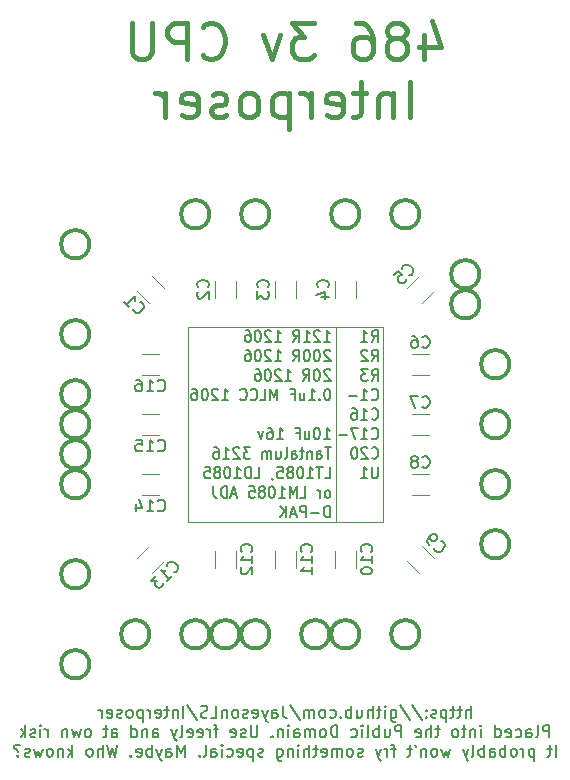
<source format=gbo>
%TF.GenerationSoftware,KiCad,Pcbnew,(5.1.9)-1*%
%TF.CreationDate,2021-07-31T20:38:11+08:00*%
%TF.ProjectId,Interposer486_3v,496e7465-7270-46f7-9365-723438365f33,rev?*%
%TF.SameCoordinates,Original*%
%TF.FileFunction,Legend,Bot*%
%TF.FilePolarity,Positive*%
%FSLAX46Y46*%
G04 Gerber Fmt 4.6, Leading zero omitted, Abs format (unit mm)*
G04 Created by KiCad (PCBNEW (5.1.9)-1) date 2021-07-31 20:38:11*
%MOMM*%
%LPD*%
G01*
G04 APERTURE LIST*
%ADD10C,0.150000*%
%ADD11C,0.450000*%
%ADD12C,0.120000*%
%ADD13C,0.300000*%
G04 APERTURE END LIST*
D10*
X173170476Y-106117380D02*
X173170476Y-105117380D01*
X172741904Y-106117380D02*
X172741904Y-105593571D01*
X172789523Y-105498333D01*
X172884761Y-105450714D01*
X173027619Y-105450714D01*
X173122857Y-105498333D01*
X173170476Y-105545952D01*
X172408571Y-105450714D02*
X172027619Y-105450714D01*
X172265714Y-105117380D02*
X172265714Y-105974523D01*
X172218095Y-106069761D01*
X172122857Y-106117380D01*
X172027619Y-106117380D01*
X171837142Y-105450714D02*
X171456190Y-105450714D01*
X171694285Y-105117380D02*
X171694285Y-105974523D01*
X171646666Y-106069761D01*
X171551428Y-106117380D01*
X171456190Y-106117380D01*
X171122857Y-105450714D02*
X171122857Y-106450714D01*
X171122857Y-105498333D02*
X171027619Y-105450714D01*
X170837142Y-105450714D01*
X170741904Y-105498333D01*
X170694285Y-105545952D01*
X170646666Y-105641190D01*
X170646666Y-105926904D01*
X170694285Y-106022142D01*
X170741904Y-106069761D01*
X170837142Y-106117380D01*
X171027619Y-106117380D01*
X171122857Y-106069761D01*
X170265714Y-106069761D02*
X170170476Y-106117380D01*
X169980000Y-106117380D01*
X169884761Y-106069761D01*
X169837142Y-105974523D01*
X169837142Y-105926904D01*
X169884761Y-105831666D01*
X169980000Y-105784047D01*
X170122857Y-105784047D01*
X170218095Y-105736428D01*
X170265714Y-105641190D01*
X170265714Y-105593571D01*
X170218095Y-105498333D01*
X170122857Y-105450714D01*
X169980000Y-105450714D01*
X169884761Y-105498333D01*
X169408571Y-106022142D02*
X169360952Y-106069761D01*
X169408571Y-106117380D01*
X169456190Y-106069761D01*
X169408571Y-106022142D01*
X169408571Y-106117380D01*
X169408571Y-105498333D02*
X169360952Y-105545952D01*
X169408571Y-105593571D01*
X169456190Y-105545952D01*
X169408571Y-105498333D01*
X169408571Y-105593571D01*
X168218095Y-105069761D02*
X169075238Y-106355476D01*
X167170476Y-105069761D02*
X168027619Y-106355476D01*
X166408571Y-105450714D02*
X166408571Y-106260238D01*
X166456190Y-106355476D01*
X166503809Y-106403095D01*
X166599047Y-106450714D01*
X166741904Y-106450714D01*
X166837142Y-106403095D01*
X166408571Y-106069761D02*
X166503809Y-106117380D01*
X166694285Y-106117380D01*
X166789523Y-106069761D01*
X166837142Y-106022142D01*
X166884761Y-105926904D01*
X166884761Y-105641190D01*
X166837142Y-105545952D01*
X166789523Y-105498333D01*
X166694285Y-105450714D01*
X166503809Y-105450714D01*
X166408571Y-105498333D01*
X165932380Y-106117380D02*
X165932380Y-105450714D01*
X165932380Y-105117380D02*
X165980000Y-105165000D01*
X165932380Y-105212619D01*
X165884761Y-105165000D01*
X165932380Y-105117380D01*
X165932380Y-105212619D01*
X165599047Y-105450714D02*
X165218095Y-105450714D01*
X165456190Y-105117380D02*
X165456190Y-105974523D01*
X165408571Y-106069761D01*
X165313333Y-106117380D01*
X165218095Y-106117380D01*
X164884761Y-106117380D02*
X164884761Y-105117380D01*
X164456190Y-106117380D02*
X164456190Y-105593571D01*
X164503809Y-105498333D01*
X164599047Y-105450714D01*
X164741904Y-105450714D01*
X164837142Y-105498333D01*
X164884761Y-105545952D01*
X163551428Y-105450714D02*
X163551428Y-106117380D01*
X163980000Y-105450714D02*
X163980000Y-105974523D01*
X163932380Y-106069761D01*
X163837142Y-106117380D01*
X163694285Y-106117380D01*
X163599047Y-106069761D01*
X163551428Y-106022142D01*
X163075238Y-106117380D02*
X163075238Y-105117380D01*
X163075238Y-105498333D02*
X162980000Y-105450714D01*
X162789523Y-105450714D01*
X162694285Y-105498333D01*
X162646666Y-105545952D01*
X162599047Y-105641190D01*
X162599047Y-105926904D01*
X162646666Y-106022142D01*
X162694285Y-106069761D01*
X162789523Y-106117380D01*
X162980000Y-106117380D01*
X163075238Y-106069761D01*
X162170476Y-106022142D02*
X162122857Y-106069761D01*
X162170476Y-106117380D01*
X162218095Y-106069761D01*
X162170476Y-106022142D01*
X162170476Y-106117380D01*
X161265714Y-106069761D02*
X161360952Y-106117380D01*
X161551428Y-106117380D01*
X161646666Y-106069761D01*
X161694285Y-106022142D01*
X161741904Y-105926904D01*
X161741904Y-105641190D01*
X161694285Y-105545952D01*
X161646666Y-105498333D01*
X161551428Y-105450714D01*
X161360952Y-105450714D01*
X161265714Y-105498333D01*
X160694285Y-106117380D02*
X160789523Y-106069761D01*
X160837142Y-106022142D01*
X160884761Y-105926904D01*
X160884761Y-105641190D01*
X160837142Y-105545952D01*
X160789523Y-105498333D01*
X160694285Y-105450714D01*
X160551428Y-105450714D01*
X160456190Y-105498333D01*
X160408571Y-105545952D01*
X160360952Y-105641190D01*
X160360952Y-105926904D01*
X160408571Y-106022142D01*
X160456190Y-106069761D01*
X160551428Y-106117380D01*
X160694285Y-106117380D01*
X159932380Y-106117380D02*
X159932380Y-105450714D01*
X159932380Y-105545952D02*
X159884761Y-105498333D01*
X159789523Y-105450714D01*
X159646666Y-105450714D01*
X159551428Y-105498333D01*
X159503809Y-105593571D01*
X159503809Y-106117380D01*
X159503809Y-105593571D02*
X159456190Y-105498333D01*
X159360952Y-105450714D01*
X159218095Y-105450714D01*
X159122857Y-105498333D01*
X159075238Y-105593571D01*
X159075238Y-106117380D01*
X157884761Y-105069761D02*
X158741904Y-106355476D01*
X157265714Y-105117380D02*
X157265714Y-105831666D01*
X157313333Y-105974523D01*
X157408571Y-106069761D01*
X157551428Y-106117380D01*
X157646666Y-106117380D01*
X156360952Y-106117380D02*
X156360952Y-105593571D01*
X156408571Y-105498333D01*
X156503809Y-105450714D01*
X156694285Y-105450714D01*
X156789523Y-105498333D01*
X156360952Y-106069761D02*
X156456190Y-106117380D01*
X156694285Y-106117380D01*
X156789523Y-106069761D01*
X156837142Y-105974523D01*
X156837142Y-105879285D01*
X156789523Y-105784047D01*
X156694285Y-105736428D01*
X156456190Y-105736428D01*
X156360952Y-105688809D01*
X155980000Y-105450714D02*
X155741904Y-106117380D01*
X155503809Y-105450714D02*
X155741904Y-106117380D01*
X155837142Y-106355476D01*
X155884761Y-106403095D01*
X155980000Y-106450714D01*
X154741904Y-106069761D02*
X154837142Y-106117380D01*
X155027619Y-106117380D01*
X155122857Y-106069761D01*
X155170476Y-105974523D01*
X155170476Y-105593571D01*
X155122857Y-105498333D01*
X155027619Y-105450714D01*
X154837142Y-105450714D01*
X154741904Y-105498333D01*
X154694285Y-105593571D01*
X154694285Y-105688809D01*
X155170476Y-105784047D01*
X154313333Y-106069761D02*
X154218095Y-106117380D01*
X154027619Y-106117380D01*
X153932380Y-106069761D01*
X153884761Y-105974523D01*
X153884761Y-105926904D01*
X153932380Y-105831666D01*
X154027619Y-105784047D01*
X154170476Y-105784047D01*
X154265714Y-105736428D01*
X154313333Y-105641190D01*
X154313333Y-105593571D01*
X154265714Y-105498333D01*
X154170476Y-105450714D01*
X154027619Y-105450714D01*
X153932380Y-105498333D01*
X153313333Y-106117380D02*
X153408571Y-106069761D01*
X153456190Y-106022142D01*
X153503809Y-105926904D01*
X153503809Y-105641190D01*
X153456190Y-105545952D01*
X153408571Y-105498333D01*
X153313333Y-105450714D01*
X153170476Y-105450714D01*
X153075238Y-105498333D01*
X153027619Y-105545952D01*
X152980000Y-105641190D01*
X152980000Y-105926904D01*
X153027619Y-106022142D01*
X153075238Y-106069761D01*
X153170476Y-106117380D01*
X153313333Y-106117380D01*
X152551428Y-105450714D02*
X152551428Y-106117380D01*
X152551428Y-105545952D02*
X152503809Y-105498333D01*
X152408571Y-105450714D01*
X152265714Y-105450714D01*
X152170476Y-105498333D01*
X152122857Y-105593571D01*
X152122857Y-106117380D01*
X151170476Y-106117380D02*
X151646666Y-106117380D01*
X151646666Y-105117380D01*
X150884761Y-106069761D02*
X150741904Y-106117380D01*
X150503809Y-106117380D01*
X150408571Y-106069761D01*
X150360952Y-106022142D01*
X150313333Y-105926904D01*
X150313333Y-105831666D01*
X150360952Y-105736428D01*
X150408571Y-105688809D01*
X150503809Y-105641190D01*
X150694285Y-105593571D01*
X150789523Y-105545952D01*
X150837142Y-105498333D01*
X150884761Y-105403095D01*
X150884761Y-105307857D01*
X150837142Y-105212619D01*
X150789523Y-105165000D01*
X150694285Y-105117380D01*
X150456190Y-105117380D01*
X150313333Y-105165000D01*
X149170476Y-105069761D02*
X150027619Y-106355476D01*
X148837142Y-106117380D02*
X148837142Y-105117380D01*
X148360952Y-105450714D02*
X148360952Y-106117380D01*
X148360952Y-105545952D02*
X148313333Y-105498333D01*
X148218095Y-105450714D01*
X148075238Y-105450714D01*
X147980000Y-105498333D01*
X147932380Y-105593571D01*
X147932380Y-106117380D01*
X147599047Y-105450714D02*
X147218095Y-105450714D01*
X147456190Y-105117380D02*
X147456190Y-105974523D01*
X147408571Y-106069761D01*
X147313333Y-106117380D01*
X147218095Y-106117380D01*
X146503809Y-106069761D02*
X146599047Y-106117380D01*
X146789523Y-106117380D01*
X146884761Y-106069761D01*
X146932380Y-105974523D01*
X146932380Y-105593571D01*
X146884761Y-105498333D01*
X146789523Y-105450714D01*
X146599047Y-105450714D01*
X146503809Y-105498333D01*
X146456190Y-105593571D01*
X146456190Y-105688809D01*
X146932380Y-105784047D01*
X146027619Y-106117380D02*
X146027619Y-105450714D01*
X146027619Y-105641190D02*
X145980000Y-105545952D01*
X145932380Y-105498333D01*
X145837142Y-105450714D01*
X145741904Y-105450714D01*
X145408571Y-105450714D02*
X145408571Y-106450714D01*
X145408571Y-105498333D02*
X145313333Y-105450714D01*
X145122857Y-105450714D01*
X145027619Y-105498333D01*
X144980000Y-105545952D01*
X144932380Y-105641190D01*
X144932380Y-105926904D01*
X144980000Y-106022142D01*
X145027619Y-106069761D01*
X145122857Y-106117380D01*
X145313333Y-106117380D01*
X145408571Y-106069761D01*
X144360952Y-106117380D02*
X144456190Y-106069761D01*
X144503809Y-106022142D01*
X144551428Y-105926904D01*
X144551428Y-105641190D01*
X144503809Y-105545952D01*
X144456190Y-105498333D01*
X144360952Y-105450714D01*
X144218095Y-105450714D01*
X144122857Y-105498333D01*
X144075238Y-105545952D01*
X144027619Y-105641190D01*
X144027619Y-105926904D01*
X144075238Y-106022142D01*
X144122857Y-106069761D01*
X144218095Y-106117380D01*
X144360952Y-106117380D01*
X143646666Y-106069761D02*
X143551428Y-106117380D01*
X143360952Y-106117380D01*
X143265714Y-106069761D01*
X143218095Y-105974523D01*
X143218095Y-105926904D01*
X143265714Y-105831666D01*
X143360952Y-105784047D01*
X143503809Y-105784047D01*
X143599047Y-105736428D01*
X143646666Y-105641190D01*
X143646666Y-105593571D01*
X143599047Y-105498333D01*
X143503809Y-105450714D01*
X143360952Y-105450714D01*
X143265714Y-105498333D01*
X142408571Y-106069761D02*
X142503809Y-106117380D01*
X142694285Y-106117380D01*
X142789523Y-106069761D01*
X142837142Y-105974523D01*
X142837142Y-105593571D01*
X142789523Y-105498333D01*
X142694285Y-105450714D01*
X142503809Y-105450714D01*
X142408571Y-105498333D01*
X142360952Y-105593571D01*
X142360952Y-105688809D01*
X142837142Y-105784047D01*
X141932380Y-106117380D02*
X141932380Y-105450714D01*
X141932380Y-105641190D02*
X141884761Y-105545952D01*
X141837142Y-105498333D01*
X141741904Y-105450714D01*
X141646666Y-105450714D01*
X179837142Y-107767380D02*
X179837142Y-106767380D01*
X179456190Y-106767380D01*
X179360952Y-106815000D01*
X179313333Y-106862619D01*
X179265714Y-106957857D01*
X179265714Y-107100714D01*
X179313333Y-107195952D01*
X179360952Y-107243571D01*
X179456190Y-107291190D01*
X179837142Y-107291190D01*
X178694285Y-107767380D02*
X178789523Y-107719761D01*
X178837142Y-107624523D01*
X178837142Y-106767380D01*
X177884761Y-107767380D02*
X177884761Y-107243571D01*
X177932380Y-107148333D01*
X178027619Y-107100714D01*
X178218095Y-107100714D01*
X178313333Y-107148333D01*
X177884761Y-107719761D02*
X177980000Y-107767380D01*
X178218095Y-107767380D01*
X178313333Y-107719761D01*
X178360952Y-107624523D01*
X178360952Y-107529285D01*
X178313333Y-107434047D01*
X178218095Y-107386428D01*
X177980000Y-107386428D01*
X177884761Y-107338809D01*
X176980000Y-107719761D02*
X177075238Y-107767380D01*
X177265714Y-107767380D01*
X177360952Y-107719761D01*
X177408571Y-107672142D01*
X177456190Y-107576904D01*
X177456190Y-107291190D01*
X177408571Y-107195952D01*
X177360952Y-107148333D01*
X177265714Y-107100714D01*
X177075238Y-107100714D01*
X176980000Y-107148333D01*
X176170476Y-107719761D02*
X176265714Y-107767380D01*
X176456190Y-107767380D01*
X176551428Y-107719761D01*
X176599047Y-107624523D01*
X176599047Y-107243571D01*
X176551428Y-107148333D01*
X176456190Y-107100714D01*
X176265714Y-107100714D01*
X176170476Y-107148333D01*
X176122857Y-107243571D01*
X176122857Y-107338809D01*
X176599047Y-107434047D01*
X175265714Y-107767380D02*
X175265714Y-106767380D01*
X175265714Y-107719761D02*
X175360952Y-107767380D01*
X175551428Y-107767380D01*
X175646666Y-107719761D01*
X175694285Y-107672142D01*
X175741904Y-107576904D01*
X175741904Y-107291190D01*
X175694285Y-107195952D01*
X175646666Y-107148333D01*
X175551428Y-107100714D01*
X175360952Y-107100714D01*
X175265714Y-107148333D01*
X174027619Y-107767380D02*
X174027619Y-107100714D01*
X174027619Y-106767380D02*
X174075238Y-106815000D01*
X174027619Y-106862619D01*
X173980000Y-106815000D01*
X174027619Y-106767380D01*
X174027619Y-106862619D01*
X173551428Y-107100714D02*
X173551428Y-107767380D01*
X173551428Y-107195952D02*
X173503809Y-107148333D01*
X173408571Y-107100714D01*
X173265714Y-107100714D01*
X173170476Y-107148333D01*
X173122857Y-107243571D01*
X173122857Y-107767380D01*
X172789523Y-107100714D02*
X172408571Y-107100714D01*
X172646666Y-106767380D02*
X172646666Y-107624523D01*
X172599047Y-107719761D01*
X172503809Y-107767380D01*
X172408571Y-107767380D01*
X171932380Y-107767380D02*
X172027619Y-107719761D01*
X172075238Y-107672142D01*
X172122857Y-107576904D01*
X172122857Y-107291190D01*
X172075238Y-107195952D01*
X172027619Y-107148333D01*
X171932380Y-107100714D01*
X171789523Y-107100714D01*
X171694285Y-107148333D01*
X171646666Y-107195952D01*
X171599047Y-107291190D01*
X171599047Y-107576904D01*
X171646666Y-107672142D01*
X171694285Y-107719761D01*
X171789523Y-107767380D01*
X171932380Y-107767380D01*
X170551428Y-107100714D02*
X170170476Y-107100714D01*
X170408571Y-106767380D02*
X170408571Y-107624523D01*
X170360952Y-107719761D01*
X170265714Y-107767380D01*
X170170476Y-107767380D01*
X169837142Y-107767380D02*
X169837142Y-106767380D01*
X169408571Y-107767380D02*
X169408571Y-107243571D01*
X169456190Y-107148333D01*
X169551428Y-107100714D01*
X169694285Y-107100714D01*
X169789523Y-107148333D01*
X169837142Y-107195952D01*
X168551428Y-107719761D02*
X168646666Y-107767380D01*
X168837142Y-107767380D01*
X168932380Y-107719761D01*
X168980000Y-107624523D01*
X168980000Y-107243571D01*
X168932380Y-107148333D01*
X168837142Y-107100714D01*
X168646666Y-107100714D01*
X168551428Y-107148333D01*
X168503809Y-107243571D01*
X168503809Y-107338809D01*
X168980000Y-107434047D01*
X167313333Y-107767380D02*
X167313333Y-106767380D01*
X166932380Y-106767380D01*
X166837142Y-106815000D01*
X166789523Y-106862619D01*
X166741904Y-106957857D01*
X166741904Y-107100714D01*
X166789523Y-107195952D01*
X166837142Y-107243571D01*
X166932380Y-107291190D01*
X167313333Y-107291190D01*
X165884761Y-107100714D02*
X165884761Y-107767380D01*
X166313333Y-107100714D02*
X166313333Y-107624523D01*
X166265714Y-107719761D01*
X166170476Y-107767380D01*
X166027619Y-107767380D01*
X165932380Y-107719761D01*
X165884761Y-107672142D01*
X165408571Y-107767380D02*
X165408571Y-106767380D01*
X165408571Y-107148333D02*
X165313333Y-107100714D01*
X165122857Y-107100714D01*
X165027619Y-107148333D01*
X164980000Y-107195952D01*
X164932380Y-107291190D01*
X164932380Y-107576904D01*
X164980000Y-107672142D01*
X165027619Y-107719761D01*
X165122857Y-107767380D01*
X165313333Y-107767380D01*
X165408571Y-107719761D01*
X164360952Y-107767380D02*
X164456190Y-107719761D01*
X164503809Y-107624523D01*
X164503809Y-106767380D01*
X163980000Y-107767380D02*
X163980000Y-107100714D01*
X163980000Y-106767380D02*
X164027619Y-106815000D01*
X163980000Y-106862619D01*
X163932380Y-106815000D01*
X163980000Y-106767380D01*
X163980000Y-106862619D01*
X163075238Y-107719761D02*
X163170476Y-107767380D01*
X163360952Y-107767380D01*
X163456190Y-107719761D01*
X163503809Y-107672142D01*
X163551428Y-107576904D01*
X163551428Y-107291190D01*
X163503809Y-107195952D01*
X163456190Y-107148333D01*
X163360952Y-107100714D01*
X163170476Y-107100714D01*
X163075238Y-107148333D01*
X161884761Y-107767380D02*
X161884761Y-106767380D01*
X161646666Y-106767380D01*
X161503809Y-106815000D01*
X161408571Y-106910238D01*
X161360952Y-107005476D01*
X161313333Y-107195952D01*
X161313333Y-107338809D01*
X161360952Y-107529285D01*
X161408571Y-107624523D01*
X161503809Y-107719761D01*
X161646666Y-107767380D01*
X161884761Y-107767380D01*
X160741904Y-107767380D02*
X160837142Y-107719761D01*
X160884761Y-107672142D01*
X160932380Y-107576904D01*
X160932380Y-107291190D01*
X160884761Y-107195952D01*
X160837142Y-107148333D01*
X160741904Y-107100714D01*
X160599047Y-107100714D01*
X160503809Y-107148333D01*
X160456190Y-107195952D01*
X160408571Y-107291190D01*
X160408571Y-107576904D01*
X160456190Y-107672142D01*
X160503809Y-107719761D01*
X160599047Y-107767380D01*
X160741904Y-107767380D01*
X159980000Y-107767380D02*
X159980000Y-107100714D01*
X159980000Y-107195952D02*
X159932380Y-107148333D01*
X159837142Y-107100714D01*
X159694285Y-107100714D01*
X159599047Y-107148333D01*
X159551428Y-107243571D01*
X159551428Y-107767380D01*
X159551428Y-107243571D02*
X159503809Y-107148333D01*
X159408571Y-107100714D01*
X159265714Y-107100714D01*
X159170476Y-107148333D01*
X159122857Y-107243571D01*
X159122857Y-107767380D01*
X158218095Y-107767380D02*
X158218095Y-107243571D01*
X158265714Y-107148333D01*
X158360952Y-107100714D01*
X158551428Y-107100714D01*
X158646666Y-107148333D01*
X158218095Y-107719761D02*
X158313333Y-107767380D01*
X158551428Y-107767380D01*
X158646666Y-107719761D01*
X158694285Y-107624523D01*
X158694285Y-107529285D01*
X158646666Y-107434047D01*
X158551428Y-107386428D01*
X158313333Y-107386428D01*
X158218095Y-107338809D01*
X157741904Y-107767380D02*
X157741904Y-107100714D01*
X157741904Y-106767380D02*
X157789523Y-106815000D01*
X157741904Y-106862619D01*
X157694285Y-106815000D01*
X157741904Y-106767380D01*
X157741904Y-106862619D01*
X157265714Y-107100714D02*
X157265714Y-107767380D01*
X157265714Y-107195952D02*
X157218095Y-107148333D01*
X157122857Y-107100714D01*
X156980000Y-107100714D01*
X156884761Y-107148333D01*
X156837142Y-107243571D01*
X156837142Y-107767380D01*
X156360952Y-107672142D02*
X156313333Y-107719761D01*
X156360952Y-107767380D01*
X156408571Y-107719761D01*
X156360952Y-107672142D01*
X156360952Y-107767380D01*
X155122857Y-106767380D02*
X155122857Y-107576904D01*
X155075238Y-107672142D01*
X155027619Y-107719761D01*
X154932380Y-107767380D01*
X154741904Y-107767380D01*
X154646666Y-107719761D01*
X154599047Y-107672142D01*
X154551428Y-107576904D01*
X154551428Y-106767380D01*
X154122857Y-107719761D02*
X154027619Y-107767380D01*
X153837142Y-107767380D01*
X153741904Y-107719761D01*
X153694285Y-107624523D01*
X153694285Y-107576904D01*
X153741904Y-107481666D01*
X153837142Y-107434047D01*
X153980000Y-107434047D01*
X154075238Y-107386428D01*
X154122857Y-107291190D01*
X154122857Y-107243571D01*
X154075238Y-107148333D01*
X153980000Y-107100714D01*
X153837142Y-107100714D01*
X153741904Y-107148333D01*
X152884761Y-107719761D02*
X152980000Y-107767380D01*
X153170476Y-107767380D01*
X153265714Y-107719761D01*
X153313333Y-107624523D01*
X153313333Y-107243571D01*
X153265714Y-107148333D01*
X153170476Y-107100714D01*
X152980000Y-107100714D01*
X152884761Y-107148333D01*
X152837142Y-107243571D01*
X152837142Y-107338809D01*
X153313333Y-107434047D01*
X151789523Y-107100714D02*
X151408571Y-107100714D01*
X151646666Y-107767380D02*
X151646666Y-106910238D01*
X151599047Y-106815000D01*
X151503809Y-106767380D01*
X151408571Y-106767380D01*
X151075238Y-107767380D02*
X151075238Y-107100714D01*
X151075238Y-107291190D02*
X151027619Y-107195952D01*
X150980000Y-107148333D01*
X150884761Y-107100714D01*
X150789523Y-107100714D01*
X150075238Y-107719761D02*
X150170476Y-107767380D01*
X150360952Y-107767380D01*
X150456190Y-107719761D01*
X150503809Y-107624523D01*
X150503809Y-107243571D01*
X150456190Y-107148333D01*
X150360952Y-107100714D01*
X150170476Y-107100714D01*
X150075238Y-107148333D01*
X150027619Y-107243571D01*
X150027619Y-107338809D01*
X150503809Y-107434047D01*
X149218095Y-107719761D02*
X149313333Y-107767380D01*
X149503809Y-107767380D01*
X149599047Y-107719761D01*
X149646666Y-107624523D01*
X149646666Y-107243571D01*
X149599047Y-107148333D01*
X149503809Y-107100714D01*
X149313333Y-107100714D01*
X149218095Y-107148333D01*
X149170476Y-107243571D01*
X149170476Y-107338809D01*
X149646666Y-107434047D01*
X148599047Y-107767380D02*
X148694285Y-107719761D01*
X148741904Y-107624523D01*
X148741904Y-106767380D01*
X148313333Y-107100714D02*
X148075238Y-107767380D01*
X147837142Y-107100714D02*
X148075238Y-107767380D01*
X148170476Y-108005476D01*
X148218095Y-108053095D01*
X148313333Y-108100714D01*
X146265714Y-107767380D02*
X146265714Y-107243571D01*
X146313333Y-107148333D01*
X146408571Y-107100714D01*
X146599047Y-107100714D01*
X146694285Y-107148333D01*
X146265714Y-107719761D02*
X146360952Y-107767380D01*
X146599047Y-107767380D01*
X146694285Y-107719761D01*
X146741904Y-107624523D01*
X146741904Y-107529285D01*
X146694285Y-107434047D01*
X146599047Y-107386428D01*
X146360952Y-107386428D01*
X146265714Y-107338809D01*
X145789523Y-107100714D02*
X145789523Y-107767380D01*
X145789523Y-107195952D02*
X145741904Y-107148333D01*
X145646666Y-107100714D01*
X145503809Y-107100714D01*
X145408571Y-107148333D01*
X145360952Y-107243571D01*
X145360952Y-107767380D01*
X144456190Y-107767380D02*
X144456190Y-106767380D01*
X144456190Y-107719761D02*
X144551428Y-107767380D01*
X144741904Y-107767380D01*
X144837142Y-107719761D01*
X144884761Y-107672142D01*
X144932380Y-107576904D01*
X144932380Y-107291190D01*
X144884761Y-107195952D01*
X144837142Y-107148333D01*
X144741904Y-107100714D01*
X144551428Y-107100714D01*
X144456190Y-107148333D01*
X142789523Y-107767380D02*
X142789523Y-107243571D01*
X142837142Y-107148333D01*
X142932380Y-107100714D01*
X143122857Y-107100714D01*
X143218095Y-107148333D01*
X142789523Y-107719761D02*
X142884761Y-107767380D01*
X143122857Y-107767380D01*
X143218095Y-107719761D01*
X143265714Y-107624523D01*
X143265714Y-107529285D01*
X143218095Y-107434047D01*
X143122857Y-107386428D01*
X142884761Y-107386428D01*
X142789523Y-107338809D01*
X142456190Y-107100714D02*
X142075238Y-107100714D01*
X142313333Y-106767380D02*
X142313333Y-107624523D01*
X142265714Y-107719761D01*
X142170476Y-107767380D01*
X142075238Y-107767380D01*
X140837142Y-107767380D02*
X140932380Y-107719761D01*
X140980000Y-107672142D01*
X141027619Y-107576904D01*
X141027619Y-107291190D01*
X140980000Y-107195952D01*
X140932380Y-107148333D01*
X140837142Y-107100714D01*
X140694285Y-107100714D01*
X140599047Y-107148333D01*
X140551428Y-107195952D01*
X140503809Y-107291190D01*
X140503809Y-107576904D01*
X140551428Y-107672142D01*
X140599047Y-107719761D01*
X140694285Y-107767380D01*
X140837142Y-107767380D01*
X140170476Y-107100714D02*
X139980000Y-107767380D01*
X139789523Y-107291190D01*
X139599047Y-107767380D01*
X139408571Y-107100714D01*
X139027619Y-107100714D02*
X139027619Y-107767380D01*
X139027619Y-107195952D02*
X138980000Y-107148333D01*
X138884761Y-107100714D01*
X138741904Y-107100714D01*
X138646666Y-107148333D01*
X138599047Y-107243571D01*
X138599047Y-107767380D01*
X137360952Y-107767380D02*
X137360952Y-107100714D01*
X137360952Y-107291190D02*
X137313333Y-107195952D01*
X137265714Y-107148333D01*
X137170476Y-107100714D01*
X137075238Y-107100714D01*
X136741904Y-107767380D02*
X136741904Y-107100714D01*
X136741904Y-106767380D02*
X136789523Y-106815000D01*
X136741904Y-106862619D01*
X136694285Y-106815000D01*
X136741904Y-106767380D01*
X136741904Y-106862619D01*
X136313333Y-107719761D02*
X136218095Y-107767380D01*
X136027619Y-107767380D01*
X135932380Y-107719761D01*
X135884761Y-107624523D01*
X135884761Y-107576904D01*
X135932380Y-107481666D01*
X136027619Y-107434047D01*
X136170476Y-107434047D01*
X136265714Y-107386428D01*
X136313333Y-107291190D01*
X136313333Y-107243571D01*
X136265714Y-107148333D01*
X136170476Y-107100714D01*
X136027619Y-107100714D01*
X135932380Y-107148333D01*
X135456190Y-107767380D02*
X135456190Y-106767380D01*
X135360952Y-107386428D02*
X135075238Y-107767380D01*
X135075238Y-107100714D02*
X135456190Y-107481666D01*
X180360952Y-109417380D02*
X180360952Y-108417380D01*
X180027619Y-108750714D02*
X179646666Y-108750714D01*
X179884761Y-108417380D02*
X179884761Y-109274523D01*
X179837142Y-109369761D01*
X179741904Y-109417380D01*
X179646666Y-109417380D01*
X178551428Y-108750714D02*
X178551428Y-109750714D01*
X178551428Y-108798333D02*
X178456190Y-108750714D01*
X178265714Y-108750714D01*
X178170476Y-108798333D01*
X178122857Y-108845952D01*
X178075238Y-108941190D01*
X178075238Y-109226904D01*
X178122857Y-109322142D01*
X178170476Y-109369761D01*
X178265714Y-109417380D01*
X178456190Y-109417380D01*
X178551428Y-109369761D01*
X177646666Y-109417380D02*
X177646666Y-108750714D01*
X177646666Y-108941190D02*
X177599047Y-108845952D01*
X177551428Y-108798333D01*
X177456190Y-108750714D01*
X177360952Y-108750714D01*
X176884761Y-109417380D02*
X176980000Y-109369761D01*
X177027619Y-109322142D01*
X177075238Y-109226904D01*
X177075238Y-108941190D01*
X177027619Y-108845952D01*
X176980000Y-108798333D01*
X176884761Y-108750714D01*
X176741904Y-108750714D01*
X176646666Y-108798333D01*
X176599047Y-108845952D01*
X176551428Y-108941190D01*
X176551428Y-109226904D01*
X176599047Y-109322142D01*
X176646666Y-109369761D01*
X176741904Y-109417380D01*
X176884761Y-109417380D01*
X176122857Y-109417380D02*
X176122857Y-108417380D01*
X176122857Y-108798333D02*
X176027619Y-108750714D01*
X175837142Y-108750714D01*
X175741904Y-108798333D01*
X175694285Y-108845952D01*
X175646666Y-108941190D01*
X175646666Y-109226904D01*
X175694285Y-109322142D01*
X175741904Y-109369761D01*
X175837142Y-109417380D01*
X176027619Y-109417380D01*
X176122857Y-109369761D01*
X174789523Y-109417380D02*
X174789523Y-108893571D01*
X174837142Y-108798333D01*
X174932380Y-108750714D01*
X175122857Y-108750714D01*
X175218095Y-108798333D01*
X174789523Y-109369761D02*
X174884761Y-109417380D01*
X175122857Y-109417380D01*
X175218095Y-109369761D01*
X175265714Y-109274523D01*
X175265714Y-109179285D01*
X175218095Y-109084047D01*
X175122857Y-109036428D01*
X174884761Y-109036428D01*
X174789523Y-108988809D01*
X174313333Y-109417380D02*
X174313333Y-108417380D01*
X174313333Y-108798333D02*
X174218095Y-108750714D01*
X174027619Y-108750714D01*
X173932380Y-108798333D01*
X173884761Y-108845952D01*
X173837142Y-108941190D01*
X173837142Y-109226904D01*
X173884761Y-109322142D01*
X173932380Y-109369761D01*
X174027619Y-109417380D01*
X174218095Y-109417380D01*
X174313333Y-109369761D01*
X173265714Y-109417380D02*
X173360952Y-109369761D01*
X173408571Y-109274523D01*
X173408571Y-108417380D01*
X172980000Y-108750714D02*
X172741904Y-109417380D01*
X172503809Y-108750714D02*
X172741904Y-109417380D01*
X172837142Y-109655476D01*
X172884761Y-109703095D01*
X172980000Y-109750714D01*
X171456190Y-108750714D02*
X171265714Y-109417380D01*
X171075238Y-108941190D01*
X170884761Y-109417380D01*
X170694285Y-108750714D01*
X170170476Y-109417380D02*
X170265714Y-109369761D01*
X170313333Y-109322142D01*
X170360952Y-109226904D01*
X170360952Y-108941190D01*
X170313333Y-108845952D01*
X170265714Y-108798333D01*
X170170476Y-108750714D01*
X170027619Y-108750714D01*
X169932380Y-108798333D01*
X169884761Y-108845952D01*
X169837142Y-108941190D01*
X169837142Y-109226904D01*
X169884761Y-109322142D01*
X169932380Y-109369761D01*
X170027619Y-109417380D01*
X170170476Y-109417380D01*
X169408571Y-108750714D02*
X169408571Y-109417380D01*
X169408571Y-108845952D02*
X169360952Y-108798333D01*
X169265714Y-108750714D01*
X169122857Y-108750714D01*
X169027619Y-108798333D01*
X168980000Y-108893571D01*
X168980000Y-109417380D01*
X168456190Y-108417380D02*
X168551428Y-108607857D01*
X168170476Y-108750714D02*
X167789523Y-108750714D01*
X168027619Y-108417380D02*
X168027619Y-109274523D01*
X167980000Y-109369761D01*
X167884761Y-109417380D01*
X167789523Y-109417380D01*
X166837142Y-108750714D02*
X166456190Y-108750714D01*
X166694285Y-109417380D02*
X166694285Y-108560238D01*
X166646666Y-108465000D01*
X166551428Y-108417380D01*
X166456190Y-108417380D01*
X166122857Y-109417380D02*
X166122857Y-108750714D01*
X166122857Y-108941190D02*
X166075238Y-108845952D01*
X166027619Y-108798333D01*
X165932380Y-108750714D01*
X165837142Y-108750714D01*
X165599047Y-108750714D02*
X165360952Y-109417380D01*
X165122857Y-108750714D02*
X165360952Y-109417380D01*
X165456190Y-109655476D01*
X165503809Y-109703095D01*
X165599047Y-109750714D01*
X164027619Y-109369761D02*
X163932380Y-109417380D01*
X163741904Y-109417380D01*
X163646666Y-109369761D01*
X163599047Y-109274523D01*
X163599047Y-109226904D01*
X163646666Y-109131666D01*
X163741904Y-109084047D01*
X163884761Y-109084047D01*
X163980000Y-109036428D01*
X164027619Y-108941190D01*
X164027619Y-108893571D01*
X163980000Y-108798333D01*
X163884761Y-108750714D01*
X163741904Y-108750714D01*
X163646666Y-108798333D01*
X163027619Y-109417380D02*
X163122857Y-109369761D01*
X163170476Y-109322142D01*
X163218095Y-109226904D01*
X163218095Y-108941190D01*
X163170476Y-108845952D01*
X163122857Y-108798333D01*
X163027619Y-108750714D01*
X162884761Y-108750714D01*
X162789523Y-108798333D01*
X162741904Y-108845952D01*
X162694285Y-108941190D01*
X162694285Y-109226904D01*
X162741904Y-109322142D01*
X162789523Y-109369761D01*
X162884761Y-109417380D01*
X163027619Y-109417380D01*
X162265714Y-109417380D02*
X162265714Y-108750714D01*
X162265714Y-108845952D02*
X162218095Y-108798333D01*
X162122857Y-108750714D01*
X161980000Y-108750714D01*
X161884761Y-108798333D01*
X161837142Y-108893571D01*
X161837142Y-109417380D01*
X161837142Y-108893571D02*
X161789523Y-108798333D01*
X161694285Y-108750714D01*
X161551428Y-108750714D01*
X161456190Y-108798333D01*
X161408571Y-108893571D01*
X161408571Y-109417380D01*
X160551428Y-109369761D02*
X160646666Y-109417380D01*
X160837142Y-109417380D01*
X160932380Y-109369761D01*
X160980000Y-109274523D01*
X160980000Y-108893571D01*
X160932380Y-108798333D01*
X160837142Y-108750714D01*
X160646666Y-108750714D01*
X160551428Y-108798333D01*
X160503809Y-108893571D01*
X160503809Y-108988809D01*
X160980000Y-109084047D01*
X160218095Y-108750714D02*
X159837142Y-108750714D01*
X160075238Y-108417380D02*
X160075238Y-109274523D01*
X160027619Y-109369761D01*
X159932380Y-109417380D01*
X159837142Y-109417380D01*
X159503809Y-109417380D02*
X159503809Y-108417380D01*
X159075238Y-109417380D02*
X159075238Y-108893571D01*
X159122857Y-108798333D01*
X159218095Y-108750714D01*
X159360952Y-108750714D01*
X159456190Y-108798333D01*
X159503809Y-108845952D01*
X158599047Y-109417380D02*
X158599047Y-108750714D01*
X158599047Y-108417380D02*
X158646666Y-108465000D01*
X158599047Y-108512619D01*
X158551428Y-108465000D01*
X158599047Y-108417380D01*
X158599047Y-108512619D01*
X158122857Y-108750714D02*
X158122857Y-109417380D01*
X158122857Y-108845952D02*
X158075238Y-108798333D01*
X157980000Y-108750714D01*
X157837142Y-108750714D01*
X157741904Y-108798333D01*
X157694285Y-108893571D01*
X157694285Y-109417380D01*
X156789523Y-108750714D02*
X156789523Y-109560238D01*
X156837142Y-109655476D01*
X156884761Y-109703095D01*
X156980000Y-109750714D01*
X157122857Y-109750714D01*
X157218095Y-109703095D01*
X156789523Y-109369761D02*
X156884761Y-109417380D01*
X157075238Y-109417380D01*
X157170476Y-109369761D01*
X157218095Y-109322142D01*
X157265714Y-109226904D01*
X157265714Y-108941190D01*
X157218095Y-108845952D01*
X157170476Y-108798333D01*
X157075238Y-108750714D01*
X156884761Y-108750714D01*
X156789523Y-108798333D01*
X155599047Y-109369761D02*
X155503809Y-109417380D01*
X155313333Y-109417380D01*
X155218095Y-109369761D01*
X155170476Y-109274523D01*
X155170476Y-109226904D01*
X155218095Y-109131666D01*
X155313333Y-109084047D01*
X155456190Y-109084047D01*
X155551428Y-109036428D01*
X155599047Y-108941190D01*
X155599047Y-108893571D01*
X155551428Y-108798333D01*
X155456190Y-108750714D01*
X155313333Y-108750714D01*
X155218095Y-108798333D01*
X154741904Y-108750714D02*
X154741904Y-109750714D01*
X154741904Y-108798333D02*
X154646666Y-108750714D01*
X154456190Y-108750714D01*
X154360952Y-108798333D01*
X154313333Y-108845952D01*
X154265714Y-108941190D01*
X154265714Y-109226904D01*
X154313333Y-109322142D01*
X154360952Y-109369761D01*
X154456190Y-109417380D01*
X154646666Y-109417380D01*
X154741904Y-109369761D01*
X153456190Y-109369761D02*
X153551428Y-109417380D01*
X153741904Y-109417380D01*
X153837142Y-109369761D01*
X153884761Y-109274523D01*
X153884761Y-108893571D01*
X153837142Y-108798333D01*
X153741904Y-108750714D01*
X153551428Y-108750714D01*
X153456190Y-108798333D01*
X153408571Y-108893571D01*
X153408571Y-108988809D01*
X153884761Y-109084047D01*
X152551428Y-109369761D02*
X152646666Y-109417380D01*
X152837142Y-109417380D01*
X152932380Y-109369761D01*
X152980000Y-109322142D01*
X153027619Y-109226904D01*
X153027619Y-108941190D01*
X152980000Y-108845952D01*
X152932380Y-108798333D01*
X152837142Y-108750714D01*
X152646666Y-108750714D01*
X152551428Y-108798333D01*
X152122857Y-109417380D02*
X152122857Y-108750714D01*
X152122857Y-108417380D02*
X152170476Y-108465000D01*
X152122857Y-108512619D01*
X152075238Y-108465000D01*
X152122857Y-108417380D01*
X152122857Y-108512619D01*
X151218095Y-109417380D02*
X151218095Y-108893571D01*
X151265714Y-108798333D01*
X151360952Y-108750714D01*
X151551428Y-108750714D01*
X151646666Y-108798333D01*
X151218095Y-109369761D02*
X151313333Y-109417380D01*
X151551428Y-109417380D01*
X151646666Y-109369761D01*
X151694285Y-109274523D01*
X151694285Y-109179285D01*
X151646666Y-109084047D01*
X151551428Y-109036428D01*
X151313333Y-109036428D01*
X151218095Y-108988809D01*
X150599047Y-109417380D02*
X150694285Y-109369761D01*
X150741904Y-109274523D01*
X150741904Y-108417380D01*
X150218095Y-109322142D02*
X150170476Y-109369761D01*
X150218095Y-109417380D01*
X150265714Y-109369761D01*
X150218095Y-109322142D01*
X150218095Y-109417380D01*
X148980000Y-109417380D02*
X148980000Y-108417380D01*
X148646666Y-109131666D01*
X148313333Y-108417380D01*
X148313333Y-109417380D01*
X147408571Y-109417380D02*
X147408571Y-108893571D01*
X147456190Y-108798333D01*
X147551428Y-108750714D01*
X147741904Y-108750714D01*
X147837142Y-108798333D01*
X147408571Y-109369761D02*
X147503809Y-109417380D01*
X147741904Y-109417380D01*
X147837142Y-109369761D01*
X147884761Y-109274523D01*
X147884761Y-109179285D01*
X147837142Y-109084047D01*
X147741904Y-109036428D01*
X147503809Y-109036428D01*
X147408571Y-108988809D01*
X147027619Y-108750714D02*
X146789523Y-109417380D01*
X146551428Y-108750714D02*
X146789523Y-109417380D01*
X146884761Y-109655476D01*
X146932380Y-109703095D01*
X147027619Y-109750714D01*
X146170476Y-109417380D02*
X146170476Y-108417380D01*
X146170476Y-108798333D02*
X146075238Y-108750714D01*
X145884761Y-108750714D01*
X145789523Y-108798333D01*
X145741904Y-108845952D01*
X145694285Y-108941190D01*
X145694285Y-109226904D01*
X145741904Y-109322142D01*
X145789523Y-109369761D01*
X145884761Y-109417380D01*
X146075238Y-109417380D01*
X146170476Y-109369761D01*
X144884761Y-109369761D02*
X144980000Y-109417380D01*
X145170476Y-109417380D01*
X145265714Y-109369761D01*
X145313333Y-109274523D01*
X145313333Y-108893571D01*
X145265714Y-108798333D01*
X145170476Y-108750714D01*
X144980000Y-108750714D01*
X144884761Y-108798333D01*
X144837142Y-108893571D01*
X144837142Y-108988809D01*
X145313333Y-109084047D01*
X144408571Y-109322142D02*
X144360952Y-109369761D01*
X144408571Y-109417380D01*
X144456190Y-109369761D01*
X144408571Y-109322142D01*
X144408571Y-109417380D01*
X143265714Y-108417380D02*
X143027619Y-109417380D01*
X142837142Y-108703095D01*
X142646666Y-109417380D01*
X142408571Y-108417380D01*
X142027619Y-109417380D02*
X142027619Y-108417380D01*
X141599047Y-109417380D02*
X141599047Y-108893571D01*
X141646666Y-108798333D01*
X141741904Y-108750714D01*
X141884761Y-108750714D01*
X141980000Y-108798333D01*
X142027619Y-108845952D01*
X140980000Y-109417380D02*
X141075238Y-109369761D01*
X141122857Y-109322142D01*
X141170476Y-109226904D01*
X141170476Y-108941190D01*
X141122857Y-108845952D01*
X141075238Y-108798333D01*
X140980000Y-108750714D01*
X140837142Y-108750714D01*
X140741904Y-108798333D01*
X140694285Y-108845952D01*
X140646666Y-108941190D01*
X140646666Y-109226904D01*
X140694285Y-109322142D01*
X140741904Y-109369761D01*
X140837142Y-109417380D01*
X140980000Y-109417380D01*
X139456190Y-109417380D02*
X139456190Y-108417380D01*
X139360952Y-109036428D02*
X139075238Y-109417380D01*
X139075238Y-108750714D02*
X139456190Y-109131666D01*
X138646666Y-108750714D02*
X138646666Y-109417380D01*
X138646666Y-108845952D02*
X138599047Y-108798333D01*
X138503809Y-108750714D01*
X138360952Y-108750714D01*
X138265714Y-108798333D01*
X138218095Y-108893571D01*
X138218095Y-109417380D01*
X137599047Y-109417380D02*
X137694285Y-109369761D01*
X137741904Y-109322142D01*
X137789523Y-109226904D01*
X137789523Y-108941190D01*
X137741904Y-108845952D01*
X137694285Y-108798333D01*
X137599047Y-108750714D01*
X137456190Y-108750714D01*
X137360952Y-108798333D01*
X137313333Y-108845952D01*
X137265714Y-108941190D01*
X137265714Y-109226904D01*
X137313333Y-109322142D01*
X137360952Y-109369761D01*
X137456190Y-109417380D01*
X137599047Y-109417380D01*
X136932380Y-108750714D02*
X136741904Y-109417380D01*
X136551428Y-108941190D01*
X136360952Y-109417380D01*
X136170476Y-108750714D01*
X135837142Y-109369761D02*
X135741904Y-109417380D01*
X135551428Y-109417380D01*
X135456190Y-109369761D01*
X135408571Y-109274523D01*
X135408571Y-109226904D01*
X135456190Y-109131666D01*
X135551428Y-109084047D01*
X135694285Y-109084047D01*
X135789523Y-109036428D01*
X135837142Y-108941190D01*
X135837142Y-108893571D01*
X135789523Y-108798333D01*
X135694285Y-108750714D01*
X135551428Y-108750714D01*
X135456190Y-108798333D01*
X134837142Y-109322142D02*
X134789523Y-109369761D01*
X134837142Y-109417380D01*
X134884761Y-109369761D01*
X134837142Y-109322142D01*
X134837142Y-109417380D01*
X135027619Y-108465000D02*
X134932380Y-108417380D01*
X134694285Y-108417380D01*
X134599047Y-108465000D01*
X134551428Y-108560238D01*
X134551428Y-108655476D01*
X134599047Y-108750714D01*
X134646666Y-108798333D01*
X134741904Y-108845952D01*
X134789523Y-108893571D01*
X134837142Y-108988809D01*
X134837142Y-109036428D01*
D11*
X169194285Y-48317142D02*
X169194285Y-50317142D01*
X169908571Y-47174285D02*
X170622857Y-49317142D01*
X168765714Y-49317142D01*
X167194285Y-48602857D02*
X167480000Y-48460000D01*
X167622857Y-48317142D01*
X167765714Y-48031428D01*
X167765714Y-47888571D01*
X167622857Y-47602857D01*
X167480000Y-47460000D01*
X167194285Y-47317142D01*
X166622857Y-47317142D01*
X166337142Y-47460000D01*
X166194285Y-47602857D01*
X166051428Y-47888571D01*
X166051428Y-48031428D01*
X166194285Y-48317142D01*
X166337142Y-48460000D01*
X166622857Y-48602857D01*
X167194285Y-48602857D01*
X167480000Y-48745714D01*
X167622857Y-48888571D01*
X167765714Y-49174285D01*
X167765714Y-49745714D01*
X167622857Y-50031428D01*
X167480000Y-50174285D01*
X167194285Y-50317142D01*
X166622857Y-50317142D01*
X166337142Y-50174285D01*
X166194285Y-50031428D01*
X166051428Y-49745714D01*
X166051428Y-49174285D01*
X166194285Y-48888571D01*
X166337142Y-48745714D01*
X166622857Y-48602857D01*
X163480000Y-47317142D02*
X164051428Y-47317142D01*
X164337142Y-47460000D01*
X164480000Y-47602857D01*
X164765714Y-48031428D01*
X164908571Y-48602857D01*
X164908571Y-49745714D01*
X164765714Y-50031428D01*
X164622857Y-50174285D01*
X164337142Y-50317142D01*
X163765714Y-50317142D01*
X163480000Y-50174285D01*
X163337142Y-50031428D01*
X163194285Y-49745714D01*
X163194285Y-49031428D01*
X163337142Y-48745714D01*
X163480000Y-48602857D01*
X163765714Y-48460000D01*
X164337142Y-48460000D01*
X164622857Y-48602857D01*
X164765714Y-48745714D01*
X164908571Y-49031428D01*
X159908571Y-47317142D02*
X158051428Y-47317142D01*
X159051428Y-48460000D01*
X158622857Y-48460000D01*
X158337142Y-48602857D01*
X158194285Y-48745714D01*
X158051428Y-49031428D01*
X158051428Y-49745714D01*
X158194285Y-50031428D01*
X158337142Y-50174285D01*
X158622857Y-50317142D01*
X159480000Y-50317142D01*
X159765714Y-50174285D01*
X159908571Y-50031428D01*
X157051428Y-48317142D02*
X156337142Y-50317142D01*
X155622857Y-48317142D01*
X150480000Y-50031428D02*
X150622857Y-50174285D01*
X151051428Y-50317142D01*
X151337142Y-50317142D01*
X151765714Y-50174285D01*
X152051428Y-49888571D01*
X152194285Y-49602857D01*
X152337142Y-49031428D01*
X152337142Y-48602857D01*
X152194285Y-48031428D01*
X152051428Y-47745714D01*
X151765714Y-47460000D01*
X151337142Y-47317142D01*
X151051428Y-47317142D01*
X150622857Y-47460000D01*
X150480000Y-47602857D01*
X149194285Y-50317142D02*
X149194285Y-47317142D01*
X148051428Y-47317142D01*
X147765714Y-47460000D01*
X147622857Y-47602857D01*
X147480000Y-47888571D01*
X147480000Y-48317142D01*
X147622857Y-48602857D01*
X147765714Y-48745714D01*
X148051428Y-48888571D01*
X149194285Y-48888571D01*
X146194285Y-47317142D02*
X146194285Y-49745714D01*
X146051428Y-50031428D01*
X145908571Y-50174285D01*
X145622857Y-50317142D01*
X145051428Y-50317142D01*
X144765714Y-50174285D01*
X144622857Y-50031428D01*
X144480000Y-49745714D01*
X144480000Y-47317142D01*
X168051428Y-55267142D02*
X168051428Y-52267142D01*
X166622857Y-53267142D02*
X166622857Y-55267142D01*
X166622857Y-53552857D02*
X166480000Y-53410000D01*
X166194285Y-53267142D01*
X165765714Y-53267142D01*
X165480000Y-53410000D01*
X165337142Y-53695714D01*
X165337142Y-55267142D01*
X164337142Y-53267142D02*
X163194285Y-53267142D01*
X163908571Y-52267142D02*
X163908571Y-54838571D01*
X163765714Y-55124285D01*
X163480000Y-55267142D01*
X163194285Y-55267142D01*
X161051428Y-55124285D02*
X161337142Y-55267142D01*
X161908571Y-55267142D01*
X162194285Y-55124285D01*
X162337142Y-54838571D01*
X162337142Y-53695714D01*
X162194285Y-53410000D01*
X161908571Y-53267142D01*
X161337142Y-53267142D01*
X161051428Y-53410000D01*
X160908571Y-53695714D01*
X160908571Y-53981428D01*
X162337142Y-54267142D01*
X159622857Y-55267142D02*
X159622857Y-53267142D01*
X159622857Y-53838571D02*
X159480000Y-53552857D01*
X159337142Y-53410000D01*
X159051428Y-53267142D01*
X158765714Y-53267142D01*
X157765714Y-53267142D02*
X157765714Y-56267142D01*
X157765714Y-53410000D02*
X157480000Y-53267142D01*
X156908571Y-53267142D01*
X156622857Y-53410000D01*
X156480000Y-53552857D01*
X156337142Y-53838571D01*
X156337142Y-54695714D01*
X156480000Y-54981428D01*
X156622857Y-55124285D01*
X156908571Y-55267142D01*
X157480000Y-55267142D01*
X157765714Y-55124285D01*
X154622857Y-55267142D02*
X154908571Y-55124285D01*
X155051428Y-54981428D01*
X155194285Y-54695714D01*
X155194285Y-53838571D01*
X155051428Y-53552857D01*
X154908571Y-53410000D01*
X154622857Y-53267142D01*
X154194285Y-53267142D01*
X153908571Y-53410000D01*
X153765714Y-53552857D01*
X153622857Y-53838571D01*
X153622857Y-54695714D01*
X153765714Y-54981428D01*
X153908571Y-55124285D01*
X154194285Y-55267142D01*
X154622857Y-55267142D01*
X152480000Y-55124285D02*
X152194285Y-55267142D01*
X151622857Y-55267142D01*
X151337142Y-55124285D01*
X151194285Y-54838571D01*
X151194285Y-54695714D01*
X151337142Y-54410000D01*
X151622857Y-54267142D01*
X152051428Y-54267142D01*
X152337142Y-54124285D01*
X152480000Y-53838571D01*
X152480000Y-53695714D01*
X152337142Y-53410000D01*
X152051428Y-53267142D01*
X151622857Y-53267142D01*
X151337142Y-53410000D01*
X148765714Y-55124285D02*
X149051428Y-55267142D01*
X149622857Y-55267142D01*
X149908571Y-55124285D01*
X150051428Y-54838571D01*
X150051428Y-53695714D01*
X149908571Y-53410000D01*
X149622857Y-53267142D01*
X149051428Y-53267142D01*
X148765714Y-53410000D01*
X148622857Y-53695714D01*
X148622857Y-53981428D01*
X150051428Y-54267142D01*
X147337142Y-55267142D02*
X147337142Y-53267142D01*
X147337142Y-53838571D02*
X147194285Y-53552857D01*
X147051428Y-53410000D01*
X146765714Y-53267142D01*
X146480000Y-53267142D01*
D12*
X149225000Y-89535000D02*
X161925000Y-89535000D01*
X149225000Y-73025000D02*
X149225000Y-89535000D01*
X161925000Y-73025000D02*
X149225000Y-73025000D01*
X165735000Y-73025000D02*
X161925000Y-73025000D01*
X165735000Y-89535000D02*
X165735000Y-73025000D01*
X161925000Y-89535000D02*
X165735000Y-89535000D01*
X161798000Y-73025000D02*
X161798000Y-89535000D01*
D10*
X160760785Y-74307380D02*
X161275071Y-74307380D01*
X161017928Y-74307380D02*
X161017928Y-73307380D01*
X161103642Y-73450238D01*
X161189357Y-73545476D01*
X161275071Y-73593095D01*
X160417928Y-73402619D02*
X160375071Y-73355000D01*
X160289357Y-73307380D01*
X160075071Y-73307380D01*
X159989357Y-73355000D01*
X159946500Y-73402619D01*
X159903642Y-73497857D01*
X159903642Y-73593095D01*
X159946500Y-73735952D01*
X160460785Y-74307380D01*
X159903642Y-74307380D01*
X159046500Y-74307380D02*
X159560785Y-74307380D01*
X159303642Y-74307380D02*
X159303642Y-73307380D01*
X159389357Y-73450238D01*
X159475071Y-73545476D01*
X159560785Y-73593095D01*
X158146500Y-74307380D02*
X158446500Y-73831190D01*
X158660785Y-74307380D02*
X158660785Y-73307380D01*
X158317928Y-73307380D01*
X158232214Y-73355000D01*
X158189357Y-73402619D01*
X158146500Y-73497857D01*
X158146500Y-73640714D01*
X158189357Y-73735952D01*
X158232214Y-73783571D01*
X158317928Y-73831190D01*
X158660785Y-73831190D01*
X156603642Y-74307380D02*
X157117928Y-74307380D01*
X156860785Y-74307380D02*
X156860785Y-73307380D01*
X156946500Y-73450238D01*
X157032214Y-73545476D01*
X157117928Y-73593095D01*
X156260785Y-73402619D02*
X156217928Y-73355000D01*
X156132214Y-73307380D01*
X155917928Y-73307380D01*
X155832214Y-73355000D01*
X155789357Y-73402619D01*
X155746500Y-73497857D01*
X155746500Y-73593095D01*
X155789357Y-73735952D01*
X156303642Y-74307380D01*
X155746500Y-74307380D01*
X155189357Y-73307380D02*
X155103642Y-73307380D01*
X155017928Y-73355000D01*
X154975071Y-73402619D01*
X154932214Y-73497857D01*
X154889357Y-73688333D01*
X154889357Y-73926428D01*
X154932214Y-74116904D01*
X154975071Y-74212142D01*
X155017928Y-74259761D01*
X155103642Y-74307380D01*
X155189357Y-74307380D01*
X155275071Y-74259761D01*
X155317928Y-74212142D01*
X155360785Y-74116904D01*
X155403642Y-73926428D01*
X155403642Y-73688333D01*
X155360785Y-73497857D01*
X155317928Y-73402619D01*
X155275071Y-73355000D01*
X155189357Y-73307380D01*
X154117928Y-73307380D02*
X154289357Y-73307380D01*
X154375071Y-73355000D01*
X154417928Y-73402619D01*
X154503642Y-73545476D01*
X154546500Y-73735952D01*
X154546500Y-74116904D01*
X154503642Y-74212142D01*
X154460785Y-74259761D01*
X154375071Y-74307380D01*
X154203642Y-74307380D01*
X154117928Y-74259761D01*
X154075071Y-74212142D01*
X154032214Y-74116904D01*
X154032214Y-73878809D01*
X154075071Y-73783571D01*
X154117928Y-73735952D01*
X154203642Y-73688333D01*
X154375071Y-73688333D01*
X154460785Y-73735952D01*
X154503642Y-73783571D01*
X154546500Y-73878809D01*
X161275071Y-75052619D02*
X161232214Y-75005000D01*
X161146500Y-74957380D01*
X160932214Y-74957380D01*
X160846500Y-75005000D01*
X160803642Y-75052619D01*
X160760785Y-75147857D01*
X160760785Y-75243095D01*
X160803642Y-75385952D01*
X161317928Y-75957380D01*
X160760785Y-75957380D01*
X160203642Y-74957380D02*
X160117928Y-74957380D01*
X160032214Y-75005000D01*
X159989357Y-75052619D01*
X159946500Y-75147857D01*
X159903642Y-75338333D01*
X159903642Y-75576428D01*
X159946500Y-75766904D01*
X159989357Y-75862142D01*
X160032214Y-75909761D01*
X160117928Y-75957380D01*
X160203642Y-75957380D01*
X160289357Y-75909761D01*
X160332214Y-75862142D01*
X160375071Y-75766904D01*
X160417928Y-75576428D01*
X160417928Y-75338333D01*
X160375071Y-75147857D01*
X160332214Y-75052619D01*
X160289357Y-75005000D01*
X160203642Y-74957380D01*
X159346500Y-74957380D02*
X159260785Y-74957380D01*
X159175071Y-75005000D01*
X159132214Y-75052619D01*
X159089357Y-75147857D01*
X159046500Y-75338333D01*
X159046500Y-75576428D01*
X159089357Y-75766904D01*
X159132214Y-75862142D01*
X159175071Y-75909761D01*
X159260785Y-75957380D01*
X159346500Y-75957380D01*
X159432214Y-75909761D01*
X159475071Y-75862142D01*
X159517928Y-75766904D01*
X159560785Y-75576428D01*
X159560785Y-75338333D01*
X159517928Y-75147857D01*
X159475071Y-75052619D01*
X159432214Y-75005000D01*
X159346500Y-74957380D01*
X158146500Y-75957380D02*
X158446500Y-75481190D01*
X158660785Y-75957380D02*
X158660785Y-74957380D01*
X158317928Y-74957380D01*
X158232214Y-75005000D01*
X158189357Y-75052619D01*
X158146500Y-75147857D01*
X158146500Y-75290714D01*
X158189357Y-75385952D01*
X158232214Y-75433571D01*
X158317928Y-75481190D01*
X158660785Y-75481190D01*
X156603642Y-75957380D02*
X157117928Y-75957380D01*
X156860785Y-75957380D02*
X156860785Y-74957380D01*
X156946500Y-75100238D01*
X157032214Y-75195476D01*
X157117928Y-75243095D01*
X156260785Y-75052619D02*
X156217928Y-75005000D01*
X156132214Y-74957380D01*
X155917928Y-74957380D01*
X155832214Y-75005000D01*
X155789357Y-75052619D01*
X155746500Y-75147857D01*
X155746500Y-75243095D01*
X155789357Y-75385952D01*
X156303642Y-75957380D01*
X155746500Y-75957380D01*
X155189357Y-74957380D02*
X155103642Y-74957380D01*
X155017928Y-75005000D01*
X154975071Y-75052619D01*
X154932214Y-75147857D01*
X154889357Y-75338333D01*
X154889357Y-75576428D01*
X154932214Y-75766904D01*
X154975071Y-75862142D01*
X155017928Y-75909761D01*
X155103642Y-75957380D01*
X155189357Y-75957380D01*
X155275071Y-75909761D01*
X155317928Y-75862142D01*
X155360785Y-75766904D01*
X155403642Y-75576428D01*
X155403642Y-75338333D01*
X155360785Y-75147857D01*
X155317928Y-75052619D01*
X155275071Y-75005000D01*
X155189357Y-74957380D01*
X154117928Y-74957380D02*
X154289357Y-74957380D01*
X154375071Y-75005000D01*
X154417928Y-75052619D01*
X154503642Y-75195476D01*
X154546500Y-75385952D01*
X154546500Y-75766904D01*
X154503642Y-75862142D01*
X154460785Y-75909761D01*
X154375071Y-75957380D01*
X154203642Y-75957380D01*
X154117928Y-75909761D01*
X154075071Y-75862142D01*
X154032214Y-75766904D01*
X154032214Y-75528809D01*
X154075071Y-75433571D01*
X154117928Y-75385952D01*
X154203642Y-75338333D01*
X154375071Y-75338333D01*
X154460785Y-75385952D01*
X154503642Y-75433571D01*
X154546500Y-75528809D01*
X161275071Y-76702619D02*
X161232214Y-76655000D01*
X161146500Y-76607380D01*
X160932214Y-76607380D01*
X160846500Y-76655000D01*
X160803642Y-76702619D01*
X160760785Y-76797857D01*
X160760785Y-76893095D01*
X160803642Y-77035952D01*
X161317928Y-77607380D01*
X160760785Y-77607380D01*
X160203642Y-76607380D02*
X160117928Y-76607380D01*
X160032214Y-76655000D01*
X159989357Y-76702619D01*
X159946500Y-76797857D01*
X159903642Y-76988333D01*
X159903642Y-77226428D01*
X159946500Y-77416904D01*
X159989357Y-77512142D01*
X160032214Y-77559761D01*
X160117928Y-77607380D01*
X160203642Y-77607380D01*
X160289357Y-77559761D01*
X160332214Y-77512142D01*
X160375071Y-77416904D01*
X160417928Y-77226428D01*
X160417928Y-76988333D01*
X160375071Y-76797857D01*
X160332214Y-76702619D01*
X160289357Y-76655000D01*
X160203642Y-76607380D01*
X159003642Y-77607380D02*
X159303642Y-77131190D01*
X159517928Y-77607380D02*
X159517928Y-76607380D01*
X159175071Y-76607380D01*
X159089357Y-76655000D01*
X159046500Y-76702619D01*
X159003642Y-76797857D01*
X159003642Y-76940714D01*
X159046500Y-77035952D01*
X159089357Y-77083571D01*
X159175071Y-77131190D01*
X159517928Y-77131190D01*
X157460785Y-77607380D02*
X157975071Y-77607380D01*
X157717928Y-77607380D02*
X157717928Y-76607380D01*
X157803642Y-76750238D01*
X157889357Y-76845476D01*
X157975071Y-76893095D01*
X157117928Y-76702619D02*
X157075071Y-76655000D01*
X156989357Y-76607380D01*
X156775071Y-76607380D01*
X156689357Y-76655000D01*
X156646500Y-76702619D01*
X156603642Y-76797857D01*
X156603642Y-76893095D01*
X156646500Y-77035952D01*
X157160785Y-77607380D01*
X156603642Y-77607380D01*
X156046500Y-76607380D02*
X155960785Y-76607380D01*
X155875071Y-76655000D01*
X155832214Y-76702619D01*
X155789357Y-76797857D01*
X155746500Y-76988333D01*
X155746500Y-77226428D01*
X155789357Y-77416904D01*
X155832214Y-77512142D01*
X155875071Y-77559761D01*
X155960785Y-77607380D01*
X156046500Y-77607380D01*
X156132214Y-77559761D01*
X156175071Y-77512142D01*
X156217928Y-77416904D01*
X156260785Y-77226428D01*
X156260785Y-76988333D01*
X156217928Y-76797857D01*
X156175071Y-76702619D01*
X156132214Y-76655000D01*
X156046500Y-76607380D01*
X154975071Y-76607380D02*
X155146500Y-76607380D01*
X155232214Y-76655000D01*
X155275071Y-76702619D01*
X155360785Y-76845476D01*
X155403642Y-77035952D01*
X155403642Y-77416904D01*
X155360785Y-77512142D01*
X155317928Y-77559761D01*
X155232214Y-77607380D01*
X155060785Y-77607380D01*
X154975071Y-77559761D01*
X154932214Y-77512142D01*
X154889357Y-77416904D01*
X154889357Y-77178809D01*
X154932214Y-77083571D01*
X154975071Y-77035952D01*
X155060785Y-76988333D01*
X155232214Y-76988333D01*
X155317928Y-77035952D01*
X155360785Y-77083571D01*
X155403642Y-77178809D01*
X161060785Y-78257380D02*
X160975071Y-78257380D01*
X160889357Y-78305000D01*
X160846500Y-78352619D01*
X160803642Y-78447857D01*
X160760785Y-78638333D01*
X160760785Y-78876428D01*
X160803642Y-79066904D01*
X160846500Y-79162142D01*
X160889357Y-79209761D01*
X160975071Y-79257380D01*
X161060785Y-79257380D01*
X161146500Y-79209761D01*
X161189357Y-79162142D01*
X161232214Y-79066904D01*
X161275071Y-78876428D01*
X161275071Y-78638333D01*
X161232214Y-78447857D01*
X161189357Y-78352619D01*
X161146500Y-78305000D01*
X161060785Y-78257380D01*
X160375071Y-79162142D02*
X160332214Y-79209761D01*
X160375071Y-79257380D01*
X160417928Y-79209761D01*
X160375071Y-79162142D01*
X160375071Y-79257380D01*
X159475071Y-79257380D02*
X159989357Y-79257380D01*
X159732214Y-79257380D02*
X159732214Y-78257380D01*
X159817928Y-78400238D01*
X159903642Y-78495476D01*
X159989357Y-78543095D01*
X158703642Y-78590714D02*
X158703642Y-79257380D01*
X159089357Y-78590714D02*
X159089357Y-79114523D01*
X159046500Y-79209761D01*
X158960785Y-79257380D01*
X158832214Y-79257380D01*
X158746500Y-79209761D01*
X158703642Y-79162142D01*
X157975071Y-78733571D02*
X158275071Y-78733571D01*
X158275071Y-79257380D02*
X158275071Y-78257380D01*
X157846500Y-78257380D01*
X156817928Y-79257380D02*
X156817928Y-78257380D01*
X156517928Y-78971666D01*
X156217928Y-78257380D01*
X156217928Y-79257380D01*
X155360785Y-79257380D02*
X155789357Y-79257380D01*
X155789357Y-78257380D01*
X154546500Y-79162142D02*
X154589357Y-79209761D01*
X154717928Y-79257380D01*
X154803642Y-79257380D01*
X154932214Y-79209761D01*
X155017928Y-79114523D01*
X155060785Y-79019285D01*
X155103642Y-78828809D01*
X155103642Y-78685952D01*
X155060785Y-78495476D01*
X155017928Y-78400238D01*
X154932214Y-78305000D01*
X154803642Y-78257380D01*
X154717928Y-78257380D01*
X154589357Y-78305000D01*
X154546500Y-78352619D01*
X153646500Y-79162142D02*
X153689357Y-79209761D01*
X153817928Y-79257380D01*
X153903642Y-79257380D01*
X154032214Y-79209761D01*
X154117928Y-79114523D01*
X154160785Y-79019285D01*
X154203642Y-78828809D01*
X154203642Y-78685952D01*
X154160785Y-78495476D01*
X154117928Y-78400238D01*
X154032214Y-78305000D01*
X153903642Y-78257380D01*
X153817928Y-78257380D01*
X153689357Y-78305000D01*
X153646500Y-78352619D01*
X152103642Y-79257380D02*
X152617928Y-79257380D01*
X152360785Y-79257380D02*
X152360785Y-78257380D01*
X152446500Y-78400238D01*
X152532214Y-78495476D01*
X152617928Y-78543095D01*
X151760785Y-78352619D02*
X151717928Y-78305000D01*
X151632214Y-78257380D01*
X151417928Y-78257380D01*
X151332214Y-78305000D01*
X151289357Y-78352619D01*
X151246500Y-78447857D01*
X151246500Y-78543095D01*
X151289357Y-78685952D01*
X151803642Y-79257380D01*
X151246500Y-79257380D01*
X150689357Y-78257380D02*
X150603642Y-78257380D01*
X150517928Y-78305000D01*
X150475071Y-78352619D01*
X150432214Y-78447857D01*
X150389357Y-78638333D01*
X150389357Y-78876428D01*
X150432214Y-79066904D01*
X150475071Y-79162142D01*
X150517928Y-79209761D01*
X150603642Y-79257380D01*
X150689357Y-79257380D01*
X150775071Y-79209761D01*
X150817928Y-79162142D01*
X150860785Y-79066904D01*
X150903642Y-78876428D01*
X150903642Y-78638333D01*
X150860785Y-78447857D01*
X150817928Y-78352619D01*
X150775071Y-78305000D01*
X150689357Y-78257380D01*
X149617928Y-78257380D02*
X149789357Y-78257380D01*
X149875071Y-78305000D01*
X149917928Y-78352619D01*
X150003642Y-78495476D01*
X150046500Y-78685952D01*
X150046500Y-79066904D01*
X150003642Y-79162142D01*
X149960785Y-79209761D01*
X149875071Y-79257380D01*
X149703642Y-79257380D01*
X149617928Y-79209761D01*
X149575071Y-79162142D01*
X149532214Y-79066904D01*
X149532214Y-78828809D01*
X149575071Y-78733571D01*
X149617928Y-78685952D01*
X149703642Y-78638333D01*
X149875071Y-78638333D01*
X149960785Y-78685952D01*
X150003642Y-78733571D01*
X150046500Y-78828809D01*
X160760785Y-82557380D02*
X161275071Y-82557380D01*
X161017928Y-82557380D02*
X161017928Y-81557380D01*
X161103642Y-81700238D01*
X161189357Y-81795476D01*
X161275071Y-81843095D01*
X160203642Y-81557380D02*
X160117928Y-81557380D01*
X160032214Y-81605000D01*
X159989357Y-81652619D01*
X159946500Y-81747857D01*
X159903642Y-81938333D01*
X159903642Y-82176428D01*
X159946500Y-82366904D01*
X159989357Y-82462142D01*
X160032214Y-82509761D01*
X160117928Y-82557380D01*
X160203642Y-82557380D01*
X160289357Y-82509761D01*
X160332214Y-82462142D01*
X160375071Y-82366904D01*
X160417928Y-82176428D01*
X160417928Y-81938333D01*
X160375071Y-81747857D01*
X160332214Y-81652619D01*
X160289357Y-81605000D01*
X160203642Y-81557380D01*
X159132214Y-81890714D02*
X159132214Y-82557380D01*
X159517928Y-81890714D02*
X159517928Y-82414523D01*
X159475071Y-82509761D01*
X159389357Y-82557380D01*
X159260785Y-82557380D01*
X159175071Y-82509761D01*
X159132214Y-82462142D01*
X158403642Y-82033571D02*
X158703642Y-82033571D01*
X158703642Y-82557380D02*
X158703642Y-81557380D01*
X158275071Y-81557380D01*
X156775071Y-82557380D02*
X157289357Y-82557380D01*
X157032214Y-82557380D02*
X157032214Y-81557380D01*
X157117928Y-81700238D01*
X157203642Y-81795476D01*
X157289357Y-81843095D01*
X156003642Y-81557380D02*
X156175071Y-81557380D01*
X156260785Y-81605000D01*
X156303642Y-81652619D01*
X156389357Y-81795476D01*
X156432214Y-81985952D01*
X156432214Y-82366904D01*
X156389357Y-82462142D01*
X156346500Y-82509761D01*
X156260785Y-82557380D01*
X156089357Y-82557380D01*
X156003642Y-82509761D01*
X155960785Y-82462142D01*
X155917928Y-82366904D01*
X155917928Y-82128809D01*
X155960785Y-82033571D01*
X156003642Y-81985952D01*
X156089357Y-81938333D01*
X156260785Y-81938333D01*
X156346500Y-81985952D01*
X156389357Y-82033571D01*
X156432214Y-82128809D01*
X155617928Y-81890714D02*
X155403642Y-82557380D01*
X155189357Y-81890714D01*
X161360785Y-83207380D02*
X160846500Y-83207380D01*
X161103642Y-84207380D02*
X161103642Y-83207380D01*
X160160785Y-84207380D02*
X160160785Y-83683571D01*
X160203642Y-83588333D01*
X160289357Y-83540714D01*
X160460785Y-83540714D01*
X160546500Y-83588333D01*
X160160785Y-84159761D02*
X160246500Y-84207380D01*
X160460785Y-84207380D01*
X160546500Y-84159761D01*
X160589357Y-84064523D01*
X160589357Y-83969285D01*
X160546500Y-83874047D01*
X160460785Y-83826428D01*
X160246500Y-83826428D01*
X160160785Y-83778809D01*
X159732214Y-83540714D02*
X159732214Y-84207380D01*
X159732214Y-83635952D02*
X159689357Y-83588333D01*
X159603642Y-83540714D01*
X159475071Y-83540714D01*
X159389357Y-83588333D01*
X159346500Y-83683571D01*
X159346500Y-84207380D01*
X159046500Y-83540714D02*
X158703642Y-83540714D01*
X158917928Y-83207380D02*
X158917928Y-84064523D01*
X158875071Y-84159761D01*
X158789357Y-84207380D01*
X158703642Y-84207380D01*
X158017928Y-84207380D02*
X158017928Y-83683571D01*
X158060785Y-83588333D01*
X158146500Y-83540714D01*
X158317928Y-83540714D01*
X158403642Y-83588333D01*
X158017928Y-84159761D02*
X158103642Y-84207380D01*
X158317928Y-84207380D01*
X158403642Y-84159761D01*
X158446500Y-84064523D01*
X158446500Y-83969285D01*
X158403642Y-83874047D01*
X158317928Y-83826428D01*
X158103642Y-83826428D01*
X158017928Y-83778809D01*
X157460785Y-84207380D02*
X157546500Y-84159761D01*
X157589357Y-84064523D01*
X157589357Y-83207380D01*
X156732214Y-83540714D02*
X156732214Y-84207380D01*
X157117928Y-83540714D02*
X157117928Y-84064523D01*
X157075071Y-84159761D01*
X156989357Y-84207380D01*
X156860785Y-84207380D01*
X156775071Y-84159761D01*
X156732214Y-84112142D01*
X156303642Y-84207380D02*
X156303642Y-83540714D01*
X156303642Y-83635952D02*
X156260785Y-83588333D01*
X156175071Y-83540714D01*
X156046500Y-83540714D01*
X155960785Y-83588333D01*
X155917928Y-83683571D01*
X155917928Y-84207380D01*
X155917928Y-83683571D02*
X155875071Y-83588333D01*
X155789357Y-83540714D01*
X155660785Y-83540714D01*
X155575071Y-83588333D01*
X155532214Y-83683571D01*
X155532214Y-84207380D01*
X154503642Y-83207380D02*
X153946500Y-83207380D01*
X154246500Y-83588333D01*
X154117928Y-83588333D01*
X154032214Y-83635952D01*
X153989357Y-83683571D01*
X153946500Y-83778809D01*
X153946500Y-84016904D01*
X153989357Y-84112142D01*
X154032214Y-84159761D01*
X154117928Y-84207380D01*
X154375071Y-84207380D01*
X154460785Y-84159761D01*
X154503642Y-84112142D01*
X153603642Y-83302619D02*
X153560785Y-83255000D01*
X153475071Y-83207380D01*
X153260785Y-83207380D01*
X153175071Y-83255000D01*
X153132214Y-83302619D01*
X153089357Y-83397857D01*
X153089357Y-83493095D01*
X153132214Y-83635952D01*
X153646500Y-84207380D01*
X153089357Y-84207380D01*
X152232214Y-84207380D02*
X152746500Y-84207380D01*
X152489357Y-84207380D02*
X152489357Y-83207380D01*
X152575071Y-83350238D01*
X152660785Y-83445476D01*
X152746500Y-83493095D01*
X151460785Y-83207380D02*
X151632214Y-83207380D01*
X151717928Y-83255000D01*
X151760785Y-83302619D01*
X151846500Y-83445476D01*
X151889357Y-83635952D01*
X151889357Y-84016904D01*
X151846500Y-84112142D01*
X151803642Y-84159761D01*
X151717928Y-84207380D01*
X151546500Y-84207380D01*
X151460785Y-84159761D01*
X151417928Y-84112142D01*
X151375071Y-84016904D01*
X151375071Y-83778809D01*
X151417928Y-83683571D01*
X151460785Y-83635952D01*
X151546500Y-83588333D01*
X151717928Y-83588333D01*
X151803642Y-83635952D01*
X151846500Y-83683571D01*
X151889357Y-83778809D01*
X160803642Y-85857380D02*
X161232214Y-85857380D01*
X161232214Y-84857380D01*
X160632214Y-84857380D02*
X160117928Y-84857380D01*
X160375071Y-85857380D02*
X160375071Y-84857380D01*
X159346500Y-85857380D02*
X159860785Y-85857380D01*
X159603642Y-85857380D02*
X159603642Y-84857380D01*
X159689357Y-85000238D01*
X159775071Y-85095476D01*
X159860785Y-85143095D01*
X158789357Y-84857380D02*
X158703642Y-84857380D01*
X158617928Y-84905000D01*
X158575071Y-84952619D01*
X158532214Y-85047857D01*
X158489357Y-85238333D01*
X158489357Y-85476428D01*
X158532214Y-85666904D01*
X158575071Y-85762142D01*
X158617928Y-85809761D01*
X158703642Y-85857380D01*
X158789357Y-85857380D01*
X158875071Y-85809761D01*
X158917928Y-85762142D01*
X158960785Y-85666904D01*
X159003642Y-85476428D01*
X159003642Y-85238333D01*
X158960785Y-85047857D01*
X158917928Y-84952619D01*
X158875071Y-84905000D01*
X158789357Y-84857380D01*
X157975071Y-85285952D02*
X158060785Y-85238333D01*
X158103642Y-85190714D01*
X158146500Y-85095476D01*
X158146500Y-85047857D01*
X158103642Y-84952619D01*
X158060785Y-84905000D01*
X157975071Y-84857380D01*
X157803642Y-84857380D01*
X157717928Y-84905000D01*
X157675071Y-84952619D01*
X157632214Y-85047857D01*
X157632214Y-85095476D01*
X157675071Y-85190714D01*
X157717928Y-85238333D01*
X157803642Y-85285952D01*
X157975071Y-85285952D01*
X158060785Y-85333571D01*
X158103642Y-85381190D01*
X158146500Y-85476428D01*
X158146500Y-85666904D01*
X158103642Y-85762142D01*
X158060785Y-85809761D01*
X157975071Y-85857380D01*
X157803642Y-85857380D01*
X157717928Y-85809761D01*
X157675071Y-85762142D01*
X157632214Y-85666904D01*
X157632214Y-85476428D01*
X157675071Y-85381190D01*
X157717928Y-85333571D01*
X157803642Y-85285952D01*
X156817928Y-84857380D02*
X157246500Y-84857380D01*
X157289357Y-85333571D01*
X157246500Y-85285952D01*
X157160785Y-85238333D01*
X156946500Y-85238333D01*
X156860785Y-85285952D01*
X156817928Y-85333571D01*
X156775071Y-85428809D01*
X156775071Y-85666904D01*
X156817928Y-85762142D01*
X156860785Y-85809761D01*
X156946500Y-85857380D01*
X157160785Y-85857380D01*
X157246500Y-85809761D01*
X157289357Y-85762142D01*
X156346500Y-85809761D02*
X156346500Y-85857380D01*
X156389357Y-85952619D01*
X156432214Y-86000238D01*
X154846500Y-85857380D02*
X155275071Y-85857380D01*
X155275071Y-84857380D01*
X154546500Y-85857380D02*
X154546500Y-84857380D01*
X154332214Y-84857380D01*
X154203642Y-84905000D01*
X154117928Y-85000238D01*
X154075071Y-85095476D01*
X154032214Y-85285952D01*
X154032214Y-85428809D01*
X154075071Y-85619285D01*
X154117928Y-85714523D01*
X154203642Y-85809761D01*
X154332214Y-85857380D01*
X154546500Y-85857380D01*
X153175071Y-85857380D02*
X153689357Y-85857380D01*
X153432214Y-85857380D02*
X153432214Y-84857380D01*
X153517928Y-85000238D01*
X153603642Y-85095476D01*
X153689357Y-85143095D01*
X152617928Y-84857380D02*
X152532214Y-84857380D01*
X152446500Y-84905000D01*
X152403642Y-84952619D01*
X152360785Y-85047857D01*
X152317928Y-85238333D01*
X152317928Y-85476428D01*
X152360785Y-85666904D01*
X152403642Y-85762142D01*
X152446500Y-85809761D01*
X152532214Y-85857380D01*
X152617928Y-85857380D01*
X152703642Y-85809761D01*
X152746500Y-85762142D01*
X152789357Y-85666904D01*
X152832214Y-85476428D01*
X152832214Y-85238333D01*
X152789357Y-85047857D01*
X152746500Y-84952619D01*
X152703642Y-84905000D01*
X152617928Y-84857380D01*
X151803642Y-85285952D02*
X151889357Y-85238333D01*
X151932214Y-85190714D01*
X151975071Y-85095476D01*
X151975071Y-85047857D01*
X151932214Y-84952619D01*
X151889357Y-84905000D01*
X151803642Y-84857380D01*
X151632214Y-84857380D01*
X151546500Y-84905000D01*
X151503642Y-84952619D01*
X151460785Y-85047857D01*
X151460785Y-85095476D01*
X151503642Y-85190714D01*
X151546500Y-85238333D01*
X151632214Y-85285952D01*
X151803642Y-85285952D01*
X151889357Y-85333571D01*
X151932214Y-85381190D01*
X151975071Y-85476428D01*
X151975071Y-85666904D01*
X151932214Y-85762142D01*
X151889357Y-85809761D01*
X151803642Y-85857380D01*
X151632214Y-85857380D01*
X151546500Y-85809761D01*
X151503642Y-85762142D01*
X151460785Y-85666904D01*
X151460785Y-85476428D01*
X151503642Y-85381190D01*
X151546500Y-85333571D01*
X151632214Y-85285952D01*
X150646500Y-84857380D02*
X151075071Y-84857380D01*
X151117928Y-85333571D01*
X151075071Y-85285952D01*
X150989357Y-85238333D01*
X150775071Y-85238333D01*
X150689357Y-85285952D01*
X150646500Y-85333571D01*
X150603642Y-85428809D01*
X150603642Y-85666904D01*
X150646500Y-85762142D01*
X150689357Y-85809761D01*
X150775071Y-85857380D01*
X150989357Y-85857380D01*
X151075071Y-85809761D01*
X151117928Y-85762142D01*
X161103642Y-87507380D02*
X161189357Y-87459761D01*
X161232214Y-87412142D01*
X161275071Y-87316904D01*
X161275071Y-87031190D01*
X161232214Y-86935952D01*
X161189357Y-86888333D01*
X161103642Y-86840714D01*
X160975071Y-86840714D01*
X160889357Y-86888333D01*
X160846500Y-86935952D01*
X160803642Y-87031190D01*
X160803642Y-87316904D01*
X160846500Y-87412142D01*
X160889357Y-87459761D01*
X160975071Y-87507380D01*
X161103642Y-87507380D01*
X160417928Y-87507380D02*
X160417928Y-86840714D01*
X160417928Y-87031190D02*
X160375071Y-86935952D01*
X160332214Y-86888333D01*
X160246500Y-86840714D01*
X160160785Y-86840714D01*
X158746500Y-87507380D02*
X159175071Y-87507380D01*
X159175071Y-86507380D01*
X158446500Y-87507380D02*
X158446500Y-86507380D01*
X158146500Y-87221666D01*
X157846500Y-86507380D01*
X157846500Y-87507380D01*
X156946500Y-87507380D02*
X157460785Y-87507380D01*
X157203642Y-87507380D02*
X157203642Y-86507380D01*
X157289357Y-86650238D01*
X157375071Y-86745476D01*
X157460785Y-86793095D01*
X156389357Y-86507380D02*
X156303642Y-86507380D01*
X156217928Y-86555000D01*
X156175071Y-86602619D01*
X156132214Y-86697857D01*
X156089357Y-86888333D01*
X156089357Y-87126428D01*
X156132214Y-87316904D01*
X156175071Y-87412142D01*
X156217928Y-87459761D01*
X156303642Y-87507380D01*
X156389357Y-87507380D01*
X156475071Y-87459761D01*
X156517928Y-87412142D01*
X156560785Y-87316904D01*
X156603642Y-87126428D01*
X156603642Y-86888333D01*
X156560785Y-86697857D01*
X156517928Y-86602619D01*
X156475071Y-86555000D01*
X156389357Y-86507380D01*
X155575071Y-86935952D02*
X155660785Y-86888333D01*
X155703642Y-86840714D01*
X155746500Y-86745476D01*
X155746500Y-86697857D01*
X155703642Y-86602619D01*
X155660785Y-86555000D01*
X155575071Y-86507380D01*
X155403642Y-86507380D01*
X155317928Y-86555000D01*
X155275071Y-86602619D01*
X155232214Y-86697857D01*
X155232214Y-86745476D01*
X155275071Y-86840714D01*
X155317928Y-86888333D01*
X155403642Y-86935952D01*
X155575071Y-86935952D01*
X155660785Y-86983571D01*
X155703642Y-87031190D01*
X155746500Y-87126428D01*
X155746500Y-87316904D01*
X155703642Y-87412142D01*
X155660785Y-87459761D01*
X155575071Y-87507380D01*
X155403642Y-87507380D01*
X155317928Y-87459761D01*
X155275071Y-87412142D01*
X155232214Y-87316904D01*
X155232214Y-87126428D01*
X155275071Y-87031190D01*
X155317928Y-86983571D01*
X155403642Y-86935952D01*
X154417928Y-86507380D02*
X154846500Y-86507380D01*
X154889357Y-86983571D01*
X154846500Y-86935952D01*
X154760785Y-86888333D01*
X154546500Y-86888333D01*
X154460785Y-86935952D01*
X154417928Y-86983571D01*
X154375071Y-87078809D01*
X154375071Y-87316904D01*
X154417928Y-87412142D01*
X154460785Y-87459761D01*
X154546500Y-87507380D01*
X154760785Y-87507380D01*
X154846500Y-87459761D01*
X154889357Y-87412142D01*
X153346500Y-87221666D02*
X152917928Y-87221666D01*
X153432214Y-87507380D02*
X153132214Y-86507380D01*
X152832214Y-87507380D01*
X152532214Y-87507380D02*
X152532214Y-86507380D01*
X152317928Y-86507380D01*
X152189357Y-86555000D01*
X152103642Y-86650238D01*
X152060785Y-86745476D01*
X152017928Y-86935952D01*
X152017928Y-87078809D01*
X152060785Y-87269285D01*
X152103642Y-87364523D01*
X152189357Y-87459761D01*
X152317928Y-87507380D01*
X152532214Y-87507380D01*
X151375071Y-86507380D02*
X151375071Y-87221666D01*
X151417928Y-87364523D01*
X151503642Y-87459761D01*
X151632214Y-87507380D01*
X151717928Y-87507380D01*
X161232214Y-89157380D02*
X161232214Y-88157380D01*
X161017928Y-88157380D01*
X160889357Y-88205000D01*
X160803642Y-88300238D01*
X160760785Y-88395476D01*
X160717928Y-88585952D01*
X160717928Y-88728809D01*
X160760785Y-88919285D01*
X160803642Y-89014523D01*
X160889357Y-89109761D01*
X161017928Y-89157380D01*
X161232214Y-89157380D01*
X160332214Y-88776428D02*
X159646500Y-88776428D01*
X159217928Y-89157380D02*
X159217928Y-88157380D01*
X158875071Y-88157380D01*
X158789357Y-88205000D01*
X158746500Y-88252619D01*
X158703642Y-88347857D01*
X158703642Y-88490714D01*
X158746500Y-88585952D01*
X158789357Y-88633571D01*
X158875071Y-88681190D01*
X159217928Y-88681190D01*
X158360785Y-88871666D02*
X157932214Y-88871666D01*
X158446500Y-89157380D02*
X158146500Y-88157380D01*
X157846500Y-89157380D01*
X157546500Y-89157380D02*
X157546500Y-88157380D01*
X157032214Y-89157380D02*
X157417928Y-88585952D01*
X157032214Y-88157380D02*
X157546500Y-88728809D01*
X164781928Y-74307380D02*
X165081928Y-73831190D01*
X165296214Y-74307380D02*
X165296214Y-73307380D01*
X164953357Y-73307380D01*
X164867642Y-73355000D01*
X164824785Y-73402619D01*
X164781928Y-73497857D01*
X164781928Y-73640714D01*
X164824785Y-73735952D01*
X164867642Y-73783571D01*
X164953357Y-73831190D01*
X165296214Y-73831190D01*
X163924785Y-74307380D02*
X164439071Y-74307380D01*
X164181928Y-74307380D02*
X164181928Y-73307380D01*
X164267642Y-73450238D01*
X164353357Y-73545476D01*
X164439071Y-73593095D01*
X164781928Y-75957380D02*
X165081928Y-75481190D01*
X165296214Y-75957380D02*
X165296214Y-74957380D01*
X164953357Y-74957380D01*
X164867642Y-75005000D01*
X164824785Y-75052619D01*
X164781928Y-75147857D01*
X164781928Y-75290714D01*
X164824785Y-75385952D01*
X164867642Y-75433571D01*
X164953357Y-75481190D01*
X165296214Y-75481190D01*
X164439071Y-75052619D02*
X164396214Y-75005000D01*
X164310500Y-74957380D01*
X164096214Y-74957380D01*
X164010500Y-75005000D01*
X163967642Y-75052619D01*
X163924785Y-75147857D01*
X163924785Y-75243095D01*
X163967642Y-75385952D01*
X164481928Y-75957380D01*
X163924785Y-75957380D01*
X164781928Y-77607380D02*
X165081928Y-77131190D01*
X165296214Y-77607380D02*
X165296214Y-76607380D01*
X164953357Y-76607380D01*
X164867642Y-76655000D01*
X164824785Y-76702619D01*
X164781928Y-76797857D01*
X164781928Y-76940714D01*
X164824785Y-77035952D01*
X164867642Y-77083571D01*
X164953357Y-77131190D01*
X165296214Y-77131190D01*
X164481928Y-76607380D02*
X163924785Y-76607380D01*
X164224785Y-76988333D01*
X164096214Y-76988333D01*
X164010500Y-77035952D01*
X163967642Y-77083571D01*
X163924785Y-77178809D01*
X163924785Y-77416904D01*
X163967642Y-77512142D01*
X164010500Y-77559761D01*
X164096214Y-77607380D01*
X164353357Y-77607380D01*
X164439071Y-77559761D01*
X164481928Y-77512142D01*
X164781928Y-79162142D02*
X164824785Y-79209761D01*
X164953357Y-79257380D01*
X165039071Y-79257380D01*
X165167642Y-79209761D01*
X165253357Y-79114523D01*
X165296214Y-79019285D01*
X165339071Y-78828809D01*
X165339071Y-78685952D01*
X165296214Y-78495476D01*
X165253357Y-78400238D01*
X165167642Y-78305000D01*
X165039071Y-78257380D01*
X164953357Y-78257380D01*
X164824785Y-78305000D01*
X164781928Y-78352619D01*
X163924785Y-79257380D02*
X164439071Y-79257380D01*
X164181928Y-79257380D02*
X164181928Y-78257380D01*
X164267642Y-78400238D01*
X164353357Y-78495476D01*
X164439071Y-78543095D01*
X163539071Y-78876428D02*
X162853357Y-78876428D01*
X164781928Y-80812142D02*
X164824785Y-80859761D01*
X164953357Y-80907380D01*
X165039071Y-80907380D01*
X165167642Y-80859761D01*
X165253357Y-80764523D01*
X165296214Y-80669285D01*
X165339071Y-80478809D01*
X165339071Y-80335952D01*
X165296214Y-80145476D01*
X165253357Y-80050238D01*
X165167642Y-79955000D01*
X165039071Y-79907380D01*
X164953357Y-79907380D01*
X164824785Y-79955000D01*
X164781928Y-80002619D01*
X163924785Y-80907380D02*
X164439071Y-80907380D01*
X164181928Y-80907380D02*
X164181928Y-79907380D01*
X164267642Y-80050238D01*
X164353357Y-80145476D01*
X164439071Y-80193095D01*
X163153357Y-79907380D02*
X163324785Y-79907380D01*
X163410500Y-79955000D01*
X163453357Y-80002619D01*
X163539071Y-80145476D01*
X163581928Y-80335952D01*
X163581928Y-80716904D01*
X163539071Y-80812142D01*
X163496214Y-80859761D01*
X163410500Y-80907380D01*
X163239071Y-80907380D01*
X163153357Y-80859761D01*
X163110500Y-80812142D01*
X163067642Y-80716904D01*
X163067642Y-80478809D01*
X163110500Y-80383571D01*
X163153357Y-80335952D01*
X163239071Y-80288333D01*
X163410500Y-80288333D01*
X163496214Y-80335952D01*
X163539071Y-80383571D01*
X163581928Y-80478809D01*
X164781928Y-82462142D02*
X164824785Y-82509761D01*
X164953357Y-82557380D01*
X165039071Y-82557380D01*
X165167642Y-82509761D01*
X165253357Y-82414523D01*
X165296214Y-82319285D01*
X165339071Y-82128809D01*
X165339071Y-81985952D01*
X165296214Y-81795476D01*
X165253357Y-81700238D01*
X165167642Y-81605000D01*
X165039071Y-81557380D01*
X164953357Y-81557380D01*
X164824785Y-81605000D01*
X164781928Y-81652619D01*
X163924785Y-82557380D02*
X164439071Y-82557380D01*
X164181928Y-82557380D02*
X164181928Y-81557380D01*
X164267642Y-81700238D01*
X164353357Y-81795476D01*
X164439071Y-81843095D01*
X163624785Y-81557380D02*
X163024785Y-81557380D01*
X163410500Y-82557380D01*
X162681928Y-82176428D02*
X161996214Y-82176428D01*
X164781928Y-84112142D02*
X164824785Y-84159761D01*
X164953357Y-84207380D01*
X165039071Y-84207380D01*
X165167642Y-84159761D01*
X165253357Y-84064523D01*
X165296214Y-83969285D01*
X165339071Y-83778809D01*
X165339071Y-83635952D01*
X165296214Y-83445476D01*
X165253357Y-83350238D01*
X165167642Y-83255000D01*
X165039071Y-83207380D01*
X164953357Y-83207380D01*
X164824785Y-83255000D01*
X164781928Y-83302619D01*
X164439071Y-83302619D02*
X164396214Y-83255000D01*
X164310500Y-83207380D01*
X164096214Y-83207380D01*
X164010500Y-83255000D01*
X163967642Y-83302619D01*
X163924785Y-83397857D01*
X163924785Y-83493095D01*
X163967642Y-83635952D01*
X164481928Y-84207380D01*
X163924785Y-84207380D01*
X163367642Y-83207380D02*
X163281928Y-83207380D01*
X163196214Y-83255000D01*
X163153357Y-83302619D01*
X163110500Y-83397857D01*
X163067642Y-83588333D01*
X163067642Y-83826428D01*
X163110500Y-84016904D01*
X163153357Y-84112142D01*
X163196214Y-84159761D01*
X163281928Y-84207380D01*
X163367642Y-84207380D01*
X163453357Y-84159761D01*
X163496214Y-84112142D01*
X163539071Y-84016904D01*
X163581928Y-83826428D01*
X163581928Y-83588333D01*
X163539071Y-83397857D01*
X163496214Y-83302619D01*
X163453357Y-83255000D01*
X163367642Y-83207380D01*
X165296214Y-84857380D02*
X165296214Y-85666904D01*
X165253357Y-85762142D01*
X165210500Y-85809761D01*
X165124785Y-85857380D01*
X164953357Y-85857380D01*
X164867642Y-85809761D01*
X164824785Y-85762142D01*
X164781928Y-85666904D01*
X164781928Y-84857380D01*
X163881928Y-85857380D02*
X164396214Y-85857380D01*
X164139071Y-85857380D02*
X164139071Y-84857380D01*
X164224785Y-85000238D01*
X164310500Y-85095476D01*
X164396214Y-85143095D01*
D12*
%TO.C,C11*%
X156570000Y-93421252D02*
X156570000Y-91998748D01*
X158390000Y-93421252D02*
X158390000Y-91998748D01*
%TO.C,C10*%
X161650000Y-93421252D02*
X161650000Y-91998748D01*
X163470000Y-93421252D02*
X163470000Y-91998748D01*
%TO.C,C12*%
X153310000Y-93421252D02*
X153310000Y-91998748D01*
X151490000Y-93421252D02*
X151490000Y-91998748D01*
%TO.C,C2*%
X151490000Y-69138748D02*
X151490000Y-70561252D01*
X153310000Y-69138748D02*
X153310000Y-70561252D01*
%TO.C,C3*%
X158390000Y-69138748D02*
X158390000Y-70561252D01*
X156570000Y-69138748D02*
X156570000Y-70561252D01*
%TO.C,C4*%
X161650000Y-69138748D02*
X161650000Y-70561252D01*
X163470000Y-69138748D02*
X163470000Y-70561252D01*
%TO.C,C7*%
X169621252Y-82190000D02*
X168198748Y-82190000D01*
X169621252Y-80370000D02*
X168198748Y-80370000D01*
%TO.C,C6*%
X169621252Y-77110000D02*
X168198748Y-77110000D01*
X169621252Y-75290000D02*
X168198748Y-75290000D01*
%TO.C,C8*%
X169621252Y-85450000D02*
X168198748Y-85450000D01*
X169621252Y-87270000D02*
X168198748Y-87270000D01*
%TO.C,C14*%
X145338748Y-87270000D02*
X146761252Y-87270000D01*
X145338748Y-85450000D02*
X146761252Y-85450000D01*
%TO.C,C16*%
X145338748Y-75290000D02*
X146761252Y-75290000D01*
X145338748Y-77110000D02*
X146761252Y-77110000D01*
%TO.C,C15*%
X145338748Y-82190000D02*
X146761252Y-82190000D01*
X145338748Y-80370000D02*
X146761252Y-80370000D01*
%TO.C,C5*%
X170056398Y-69990536D02*
X169050536Y-70996398D01*
X168769464Y-68703602D02*
X167763602Y-69709464D01*
%TO.C,C9*%
X170056398Y-92569464D02*
X169050536Y-91563602D01*
X168769464Y-93856398D02*
X167763602Y-92850536D01*
%TO.C,C13*%
X144903602Y-92569464D02*
X145909464Y-91563602D01*
X146190536Y-93856398D02*
X147196398Y-92850536D01*
%TO.C,C1*%
X144903602Y-69990536D02*
X145909464Y-70996398D01*
X146190536Y-68703602D02*
X147196398Y-69709464D01*
D13*
%TO.C,HR17*%
X140900000Y-101600000D02*
G75*
G03*
X140900000Y-101600000I-1200000J0D01*
G01*
%TO.C,HR14*%
X140900000Y-93980000D02*
G75*
G03*
X140900000Y-93980000I-1200000J0D01*
G01*
%TO.C,HR11*%
X140900000Y-86360000D02*
G75*
G03*
X140900000Y-86360000I-1200000J0D01*
G01*
%TO.C,HR10*%
X140900000Y-83820000D02*
G75*
G03*
X140900000Y-83820000I-1200000J0D01*
G01*
%TO.C,HR9*%
X140900000Y-81280000D02*
G75*
G03*
X140900000Y-81280000I-1200000J0D01*
G01*
%TO.C,HR8*%
X140900000Y-78740000D02*
G75*
G03*
X140900000Y-78740000I-1200000J0D01*
G01*
%TO.C,HR6*%
X140900000Y-73660000D02*
G75*
G03*
X140900000Y-73660000I-1200000J0D01*
G01*
%TO.C,HR3*%
X140900000Y-66040000D02*
G75*
G03*
X140900000Y-66040000I-1200000J0D01*
G01*
%TO.C,HP16*%
X145980000Y-99060000D02*
G75*
G03*
X145980000Y-99060000I-1200000J0D01*
G01*
%TO.C,HM16*%
X151060000Y-99060000D02*
G75*
G03*
X151060000Y-99060000I-1200000J0D01*
G01*
%TO.C,HM2*%
X151060000Y-63500000D02*
G75*
G03*
X151060000Y-63500000I-1200000J0D01*
G01*
%TO.C,HL16*%
X153600000Y-99060000D02*
G75*
G03*
X153600000Y-99060000I-1200000J0D01*
G01*
%TO.C,HK16*%
X156140000Y-99060000D02*
G75*
G03*
X156140000Y-99060000I-1200000J0D01*
G01*
%TO.C,HK2*%
X156140000Y-63500000D02*
G75*
G03*
X156140000Y-63500000I-1200000J0D01*
G01*
%TO.C,HH16*%
X161220000Y-99060000D02*
G75*
G03*
X161220000Y-99060000I-1200000J0D01*
G01*
%TO.C,HG16*%
X163760000Y-99060000D02*
G75*
G03*
X163760000Y-99060000I-1200000J0D01*
G01*
%TO.C,HG2*%
X163760000Y-63500000D02*
G75*
G03*
X163760000Y-63500000I-1200000J0D01*
G01*
%TO.C,HE16*%
X168840000Y-99060000D02*
G75*
G03*
X168840000Y-99060000I-1200000J0D01*
G01*
%TO.C,HE2*%
X168840000Y-63500000D02*
G75*
G03*
X168840000Y-63500000I-1200000J0D01*
G01*
%TO.C,HC5*%
X173920000Y-71120000D02*
G75*
G03*
X173920000Y-71120000I-1200000J0D01*
G01*
%TO.C,HC4*%
X173920000Y-68580000D02*
G75*
G03*
X173920000Y-68580000I-1200000J0D01*
G01*
%TO.C,HB13*%
X176460000Y-91440000D02*
G75*
G03*
X176460000Y-91440000I-1200000J0D01*
G01*
%TO.C,HB11*%
X176460000Y-86360000D02*
G75*
G03*
X176460000Y-86360000I-1200000J0D01*
G01*
%TO.C,HB9*%
X176460000Y-81280000D02*
G75*
G03*
X176460000Y-81280000I-1200000J0D01*
G01*
%TO.C,HB7*%
X176460000Y-76200000D02*
G75*
G03*
X176460000Y-76200000I-1200000J0D01*
G01*
%TO.C,C11*%
D10*
X159687142Y-92067142D02*
X159734761Y-92019523D01*
X159782380Y-91876666D01*
X159782380Y-91781428D01*
X159734761Y-91638571D01*
X159639523Y-91543333D01*
X159544285Y-91495714D01*
X159353809Y-91448095D01*
X159210952Y-91448095D01*
X159020476Y-91495714D01*
X158925238Y-91543333D01*
X158830000Y-91638571D01*
X158782380Y-91781428D01*
X158782380Y-91876666D01*
X158830000Y-92019523D01*
X158877619Y-92067142D01*
X159782380Y-93019523D02*
X159782380Y-92448095D01*
X159782380Y-92733809D02*
X158782380Y-92733809D01*
X158925238Y-92638571D01*
X159020476Y-92543333D01*
X159068095Y-92448095D01*
X159782380Y-93971904D02*
X159782380Y-93400476D01*
X159782380Y-93686190D02*
X158782380Y-93686190D01*
X158925238Y-93590952D01*
X159020476Y-93495714D01*
X159068095Y-93400476D01*
%TO.C,C10*%
X164767142Y-92067142D02*
X164814761Y-92019523D01*
X164862380Y-91876666D01*
X164862380Y-91781428D01*
X164814761Y-91638571D01*
X164719523Y-91543333D01*
X164624285Y-91495714D01*
X164433809Y-91448095D01*
X164290952Y-91448095D01*
X164100476Y-91495714D01*
X164005238Y-91543333D01*
X163910000Y-91638571D01*
X163862380Y-91781428D01*
X163862380Y-91876666D01*
X163910000Y-92019523D01*
X163957619Y-92067142D01*
X164862380Y-93019523D02*
X164862380Y-92448095D01*
X164862380Y-92733809D02*
X163862380Y-92733809D01*
X164005238Y-92638571D01*
X164100476Y-92543333D01*
X164148095Y-92448095D01*
X163862380Y-93638571D02*
X163862380Y-93733809D01*
X163910000Y-93829047D01*
X163957619Y-93876666D01*
X164052857Y-93924285D01*
X164243333Y-93971904D01*
X164481428Y-93971904D01*
X164671904Y-93924285D01*
X164767142Y-93876666D01*
X164814761Y-93829047D01*
X164862380Y-93733809D01*
X164862380Y-93638571D01*
X164814761Y-93543333D01*
X164767142Y-93495714D01*
X164671904Y-93448095D01*
X164481428Y-93400476D01*
X164243333Y-93400476D01*
X164052857Y-93448095D01*
X163957619Y-93495714D01*
X163910000Y-93543333D01*
X163862380Y-93638571D01*
%TO.C,C12*%
X154607142Y-92067142D02*
X154654761Y-92019523D01*
X154702380Y-91876666D01*
X154702380Y-91781428D01*
X154654761Y-91638571D01*
X154559523Y-91543333D01*
X154464285Y-91495714D01*
X154273809Y-91448095D01*
X154130952Y-91448095D01*
X153940476Y-91495714D01*
X153845238Y-91543333D01*
X153750000Y-91638571D01*
X153702380Y-91781428D01*
X153702380Y-91876666D01*
X153750000Y-92019523D01*
X153797619Y-92067142D01*
X154702380Y-93019523D02*
X154702380Y-92448095D01*
X154702380Y-92733809D02*
X153702380Y-92733809D01*
X153845238Y-92638571D01*
X153940476Y-92543333D01*
X153988095Y-92448095D01*
X153797619Y-93400476D02*
X153750000Y-93448095D01*
X153702380Y-93543333D01*
X153702380Y-93781428D01*
X153750000Y-93876666D01*
X153797619Y-93924285D01*
X153892857Y-93971904D01*
X153988095Y-93971904D01*
X154130952Y-93924285D01*
X154702380Y-93352857D01*
X154702380Y-93971904D01*
%TO.C,C2*%
X150907142Y-69683333D02*
X150954761Y-69635714D01*
X151002380Y-69492857D01*
X151002380Y-69397619D01*
X150954761Y-69254761D01*
X150859523Y-69159523D01*
X150764285Y-69111904D01*
X150573809Y-69064285D01*
X150430952Y-69064285D01*
X150240476Y-69111904D01*
X150145238Y-69159523D01*
X150050000Y-69254761D01*
X150002380Y-69397619D01*
X150002380Y-69492857D01*
X150050000Y-69635714D01*
X150097619Y-69683333D01*
X150097619Y-70064285D02*
X150050000Y-70111904D01*
X150002380Y-70207142D01*
X150002380Y-70445238D01*
X150050000Y-70540476D01*
X150097619Y-70588095D01*
X150192857Y-70635714D01*
X150288095Y-70635714D01*
X150430952Y-70588095D01*
X151002380Y-70016666D01*
X151002380Y-70635714D01*
%TO.C,C3*%
X155987142Y-69683333D02*
X156034761Y-69635714D01*
X156082380Y-69492857D01*
X156082380Y-69397619D01*
X156034761Y-69254761D01*
X155939523Y-69159523D01*
X155844285Y-69111904D01*
X155653809Y-69064285D01*
X155510952Y-69064285D01*
X155320476Y-69111904D01*
X155225238Y-69159523D01*
X155130000Y-69254761D01*
X155082380Y-69397619D01*
X155082380Y-69492857D01*
X155130000Y-69635714D01*
X155177619Y-69683333D01*
X155082380Y-70016666D02*
X155082380Y-70635714D01*
X155463333Y-70302380D01*
X155463333Y-70445238D01*
X155510952Y-70540476D01*
X155558571Y-70588095D01*
X155653809Y-70635714D01*
X155891904Y-70635714D01*
X155987142Y-70588095D01*
X156034761Y-70540476D01*
X156082380Y-70445238D01*
X156082380Y-70159523D01*
X156034761Y-70064285D01*
X155987142Y-70016666D01*
%TO.C,C4*%
X161067142Y-69683333D02*
X161114761Y-69635714D01*
X161162380Y-69492857D01*
X161162380Y-69397619D01*
X161114761Y-69254761D01*
X161019523Y-69159523D01*
X160924285Y-69111904D01*
X160733809Y-69064285D01*
X160590952Y-69064285D01*
X160400476Y-69111904D01*
X160305238Y-69159523D01*
X160210000Y-69254761D01*
X160162380Y-69397619D01*
X160162380Y-69492857D01*
X160210000Y-69635714D01*
X160257619Y-69683333D01*
X160495714Y-70540476D02*
X161162380Y-70540476D01*
X160114761Y-70302380D02*
X160829047Y-70064285D01*
X160829047Y-70683333D01*
%TO.C,C7*%
X169076666Y-79787142D02*
X169124285Y-79834761D01*
X169267142Y-79882380D01*
X169362380Y-79882380D01*
X169505238Y-79834761D01*
X169600476Y-79739523D01*
X169648095Y-79644285D01*
X169695714Y-79453809D01*
X169695714Y-79310952D01*
X169648095Y-79120476D01*
X169600476Y-79025238D01*
X169505238Y-78930000D01*
X169362380Y-78882380D01*
X169267142Y-78882380D01*
X169124285Y-78930000D01*
X169076666Y-78977619D01*
X168743333Y-78882380D02*
X168076666Y-78882380D01*
X168505238Y-79882380D01*
%TO.C,C6*%
X169076666Y-74707142D02*
X169124285Y-74754761D01*
X169267142Y-74802380D01*
X169362380Y-74802380D01*
X169505238Y-74754761D01*
X169600476Y-74659523D01*
X169648095Y-74564285D01*
X169695714Y-74373809D01*
X169695714Y-74230952D01*
X169648095Y-74040476D01*
X169600476Y-73945238D01*
X169505238Y-73850000D01*
X169362380Y-73802380D01*
X169267142Y-73802380D01*
X169124285Y-73850000D01*
X169076666Y-73897619D01*
X168219523Y-73802380D02*
X168410000Y-73802380D01*
X168505238Y-73850000D01*
X168552857Y-73897619D01*
X168648095Y-74040476D01*
X168695714Y-74230952D01*
X168695714Y-74611904D01*
X168648095Y-74707142D01*
X168600476Y-74754761D01*
X168505238Y-74802380D01*
X168314761Y-74802380D01*
X168219523Y-74754761D01*
X168171904Y-74707142D01*
X168124285Y-74611904D01*
X168124285Y-74373809D01*
X168171904Y-74278571D01*
X168219523Y-74230952D01*
X168314761Y-74183333D01*
X168505238Y-74183333D01*
X168600476Y-74230952D01*
X168648095Y-74278571D01*
X168695714Y-74373809D01*
%TO.C,C8*%
X169076666Y-84867142D02*
X169124285Y-84914761D01*
X169267142Y-84962380D01*
X169362380Y-84962380D01*
X169505238Y-84914761D01*
X169600476Y-84819523D01*
X169648095Y-84724285D01*
X169695714Y-84533809D01*
X169695714Y-84390952D01*
X169648095Y-84200476D01*
X169600476Y-84105238D01*
X169505238Y-84010000D01*
X169362380Y-83962380D01*
X169267142Y-83962380D01*
X169124285Y-84010000D01*
X169076666Y-84057619D01*
X168505238Y-84390952D02*
X168600476Y-84343333D01*
X168648095Y-84295714D01*
X168695714Y-84200476D01*
X168695714Y-84152857D01*
X168648095Y-84057619D01*
X168600476Y-84010000D01*
X168505238Y-83962380D01*
X168314761Y-83962380D01*
X168219523Y-84010000D01*
X168171904Y-84057619D01*
X168124285Y-84152857D01*
X168124285Y-84200476D01*
X168171904Y-84295714D01*
X168219523Y-84343333D01*
X168314761Y-84390952D01*
X168505238Y-84390952D01*
X168600476Y-84438571D01*
X168648095Y-84486190D01*
X168695714Y-84581428D01*
X168695714Y-84771904D01*
X168648095Y-84867142D01*
X168600476Y-84914761D01*
X168505238Y-84962380D01*
X168314761Y-84962380D01*
X168219523Y-84914761D01*
X168171904Y-84867142D01*
X168124285Y-84771904D01*
X168124285Y-84581428D01*
X168171904Y-84486190D01*
X168219523Y-84438571D01*
X168314761Y-84390952D01*
%TO.C,C14*%
X146692857Y-88567142D02*
X146740476Y-88614761D01*
X146883333Y-88662380D01*
X146978571Y-88662380D01*
X147121428Y-88614761D01*
X147216666Y-88519523D01*
X147264285Y-88424285D01*
X147311904Y-88233809D01*
X147311904Y-88090952D01*
X147264285Y-87900476D01*
X147216666Y-87805238D01*
X147121428Y-87710000D01*
X146978571Y-87662380D01*
X146883333Y-87662380D01*
X146740476Y-87710000D01*
X146692857Y-87757619D01*
X145740476Y-88662380D02*
X146311904Y-88662380D01*
X146026190Y-88662380D02*
X146026190Y-87662380D01*
X146121428Y-87805238D01*
X146216666Y-87900476D01*
X146311904Y-87948095D01*
X144883333Y-87995714D02*
X144883333Y-88662380D01*
X145121428Y-87614761D02*
X145359523Y-88329047D01*
X144740476Y-88329047D01*
%TO.C,C16*%
X146692857Y-78407142D02*
X146740476Y-78454761D01*
X146883333Y-78502380D01*
X146978571Y-78502380D01*
X147121428Y-78454761D01*
X147216666Y-78359523D01*
X147264285Y-78264285D01*
X147311904Y-78073809D01*
X147311904Y-77930952D01*
X147264285Y-77740476D01*
X147216666Y-77645238D01*
X147121428Y-77550000D01*
X146978571Y-77502380D01*
X146883333Y-77502380D01*
X146740476Y-77550000D01*
X146692857Y-77597619D01*
X145740476Y-78502380D02*
X146311904Y-78502380D01*
X146026190Y-78502380D02*
X146026190Y-77502380D01*
X146121428Y-77645238D01*
X146216666Y-77740476D01*
X146311904Y-77788095D01*
X144883333Y-77502380D02*
X145073809Y-77502380D01*
X145169047Y-77550000D01*
X145216666Y-77597619D01*
X145311904Y-77740476D01*
X145359523Y-77930952D01*
X145359523Y-78311904D01*
X145311904Y-78407142D01*
X145264285Y-78454761D01*
X145169047Y-78502380D01*
X144978571Y-78502380D01*
X144883333Y-78454761D01*
X144835714Y-78407142D01*
X144788095Y-78311904D01*
X144788095Y-78073809D01*
X144835714Y-77978571D01*
X144883333Y-77930952D01*
X144978571Y-77883333D01*
X145169047Y-77883333D01*
X145264285Y-77930952D01*
X145311904Y-77978571D01*
X145359523Y-78073809D01*
%TO.C,C15*%
X146692857Y-83487142D02*
X146740476Y-83534761D01*
X146883333Y-83582380D01*
X146978571Y-83582380D01*
X147121428Y-83534761D01*
X147216666Y-83439523D01*
X147264285Y-83344285D01*
X147311904Y-83153809D01*
X147311904Y-83010952D01*
X147264285Y-82820476D01*
X147216666Y-82725238D01*
X147121428Y-82630000D01*
X146978571Y-82582380D01*
X146883333Y-82582380D01*
X146740476Y-82630000D01*
X146692857Y-82677619D01*
X145740476Y-83582380D02*
X146311904Y-83582380D01*
X146026190Y-83582380D02*
X146026190Y-82582380D01*
X146121428Y-82725238D01*
X146216666Y-82820476D01*
X146311904Y-82868095D01*
X144835714Y-82582380D02*
X145311904Y-82582380D01*
X145359523Y-83058571D01*
X145311904Y-83010952D01*
X145216666Y-82963333D01*
X144978571Y-82963333D01*
X144883333Y-83010952D01*
X144835714Y-83058571D01*
X144788095Y-83153809D01*
X144788095Y-83391904D01*
X144835714Y-83487142D01*
X144883333Y-83534761D01*
X144978571Y-83582380D01*
X145216666Y-83582380D01*
X145311904Y-83534761D01*
X145359523Y-83487142D01*
%TO.C,C5*%
X167972241Y-68676539D02*
X168039584Y-68676539D01*
X168174271Y-68609195D01*
X168241615Y-68541852D01*
X168308958Y-68407164D01*
X168308958Y-68272477D01*
X168275287Y-68171462D01*
X168174271Y-68003103D01*
X168073256Y-67902088D01*
X167904897Y-67801073D01*
X167803882Y-67767401D01*
X167669195Y-67767401D01*
X167534508Y-67834745D01*
X167467164Y-67902088D01*
X167399821Y-68036775D01*
X167399821Y-68104119D01*
X166692714Y-68676539D02*
X167029432Y-68339821D01*
X167399821Y-68642867D01*
X167332477Y-68642867D01*
X167231462Y-68676539D01*
X167063103Y-68844897D01*
X167029432Y-68945913D01*
X167029432Y-69013256D01*
X167063103Y-69114271D01*
X167231462Y-69282630D01*
X167332477Y-69316302D01*
X167399821Y-69316302D01*
X167500836Y-69282630D01*
X167669195Y-69114271D01*
X167702867Y-69013256D01*
X167702867Y-68945913D01*
%TO.C,C9*%
X170083460Y-91772241D02*
X170083460Y-91839584D01*
X170150804Y-91974271D01*
X170218148Y-92041615D01*
X170352835Y-92108958D01*
X170487522Y-92108958D01*
X170588537Y-92075287D01*
X170756896Y-91974271D01*
X170857911Y-91873256D01*
X170958926Y-91704897D01*
X170992598Y-91603882D01*
X170992598Y-91469195D01*
X170925254Y-91334508D01*
X170857911Y-91267164D01*
X170723224Y-91199821D01*
X170655880Y-91199821D01*
X169679399Y-91502867D02*
X169544712Y-91368180D01*
X169511041Y-91267164D01*
X169511041Y-91199821D01*
X169544712Y-91031462D01*
X169645728Y-90863103D01*
X169915102Y-90593729D01*
X170016117Y-90560058D01*
X170083460Y-90560058D01*
X170184476Y-90593729D01*
X170319163Y-90728416D01*
X170352835Y-90829432D01*
X170352835Y-90896775D01*
X170319163Y-90997790D01*
X170150804Y-91166149D01*
X170049789Y-91199821D01*
X169982445Y-91199821D01*
X169881430Y-91166149D01*
X169746743Y-91031462D01*
X169713071Y-90930447D01*
X169713071Y-90863103D01*
X169746743Y-90762088D01*
%TO.C,C13*%
X148065254Y-93816117D02*
X148132598Y-93816117D01*
X148267285Y-93748773D01*
X148334628Y-93681430D01*
X148401972Y-93546743D01*
X148401972Y-93412056D01*
X148368300Y-93311041D01*
X148267285Y-93142682D01*
X148166270Y-93041667D01*
X147997911Y-92940651D01*
X147896896Y-92906980D01*
X147762209Y-92906980D01*
X147627522Y-92974323D01*
X147560178Y-93041667D01*
X147492835Y-93176354D01*
X147492835Y-93243697D01*
X147459163Y-94556896D02*
X147863224Y-94152835D01*
X147661193Y-94354865D02*
X146954086Y-93647758D01*
X147122445Y-93681430D01*
X147257132Y-93681430D01*
X147358148Y-93647758D01*
X146516354Y-94085491D02*
X146078621Y-94523224D01*
X146583697Y-94556896D01*
X146482682Y-94657911D01*
X146449010Y-94758926D01*
X146449010Y-94826270D01*
X146482682Y-94927285D01*
X146651041Y-95095644D01*
X146752056Y-95129315D01*
X146819399Y-95129315D01*
X146920415Y-95095644D01*
X147122445Y-94893613D01*
X147156117Y-94792598D01*
X147156117Y-94725254D01*
%TO.C,C1*%
X144607164Y-71528537D02*
X144607164Y-71595880D01*
X144674508Y-71730567D01*
X144741852Y-71797911D01*
X144876539Y-71865254D01*
X145011226Y-71865254D01*
X145112241Y-71831583D01*
X145280600Y-71730567D01*
X145381615Y-71629552D01*
X145482630Y-71461193D01*
X145516302Y-71360178D01*
X145516302Y-71225491D01*
X145448958Y-71090804D01*
X145381615Y-71023460D01*
X145246928Y-70956117D01*
X145179584Y-70956117D01*
X143866386Y-70922445D02*
X144270447Y-71326506D01*
X144068416Y-71124476D02*
X144775523Y-70417369D01*
X144741852Y-70585728D01*
X144741852Y-70720415D01*
X144775523Y-70821430D01*
%TD*%
M02*

</source>
